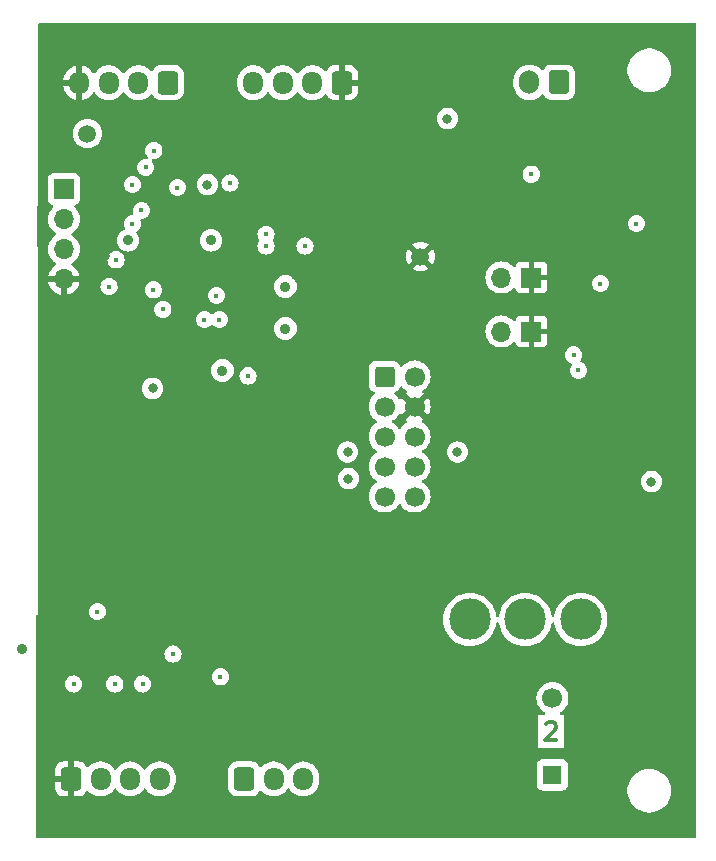
<source format=gbr>
%TF.GenerationSoftware,KiCad,Pcbnew,8.0.1*%
%TF.CreationDate,2024-07-04T14:35:51+02:00*%
%TF.ProjectId,Robuoy-Top,526f6275-6f79-42d5-946f-702e6b696361,rev?*%
%TF.SameCoordinates,Original*%
%TF.FileFunction,Copper,L2,Inr*%
%TF.FilePolarity,Positive*%
%FSLAX46Y46*%
G04 Gerber Fmt 4.6, Leading zero omitted, Abs format (unit mm)*
G04 Created by KiCad (PCBNEW 8.0.1) date 2024-07-04 14:35:51*
%MOMM*%
%LPD*%
G01*
G04 APERTURE LIST*
G04 Aperture macros list*
%AMRoundRect*
0 Rectangle with rounded corners*
0 $1 Rounding radius*
0 $2 $3 $4 $5 $6 $7 $8 $9 X,Y pos of 4 corners*
0 Add a 4 corners polygon primitive as box body*
4,1,4,$2,$3,$4,$5,$6,$7,$8,$9,$2,$3,0*
0 Add four circle primitives for the rounded corners*
1,1,$1+$1,$2,$3*
1,1,$1+$1,$4,$5*
1,1,$1+$1,$6,$7*
1,1,$1+$1,$8,$9*
0 Add four rect primitives between the rounded corners*
20,1,$1+$1,$2,$3,$4,$5,0*
20,1,$1+$1,$4,$5,$6,$7,0*
20,1,$1+$1,$6,$7,$8,$9,0*
20,1,$1+$1,$8,$9,$2,$3,0*%
G04 Aperture macros list end*
%ADD10C,0.300000*%
%TA.AperFunction,NonConductor*%
%ADD11C,0.300000*%
%TD*%
%TA.AperFunction,ComponentPad*%
%ADD12RoundRect,0.250000X-0.600000X-0.725000X0.600000X-0.725000X0.600000X0.725000X-0.600000X0.725000X0*%
%TD*%
%TA.AperFunction,ComponentPad*%
%ADD13O,1.700000X1.950000*%
%TD*%
%TA.AperFunction,ComponentPad*%
%ADD14RoundRect,0.250000X0.600000X0.725000X-0.600000X0.725000X-0.600000X-0.725000X0.600000X-0.725000X0*%
%TD*%
%TA.AperFunction,ComponentPad*%
%ADD15R,1.700000X1.700000*%
%TD*%
%TA.AperFunction,ComponentPad*%
%ADD16O,1.700000X1.700000*%
%TD*%
%TA.AperFunction,ComponentPad*%
%ADD17C,1.500000*%
%TD*%
%TA.AperFunction,ComponentPad*%
%ADD18C,3.500000*%
%TD*%
%TA.AperFunction,ComponentPad*%
%ADD19R,1.650000X1.650000*%
%TD*%
%TA.AperFunction,ComponentPad*%
%ADD20C,1.700000*%
%TD*%
%TA.AperFunction,ComponentPad*%
%ADD21RoundRect,0.250000X0.600000X0.750000X-0.600000X0.750000X-0.600000X-0.750000X0.600000X-0.750000X0*%
%TD*%
%TA.AperFunction,ComponentPad*%
%ADD22O,1.700000X2.000000*%
%TD*%
%TA.AperFunction,ComponentPad*%
%ADD23RoundRect,0.250000X-0.600000X-0.600000X0.600000X-0.600000X0.600000X0.600000X-0.600000X0.600000X0*%
%TD*%
%TA.AperFunction,ViaPad*%
%ADD24C,0.800000*%
%TD*%
%TA.AperFunction,ViaPad*%
%ADD25C,0.450000*%
%TD*%
%TA.AperFunction,ViaPad*%
%ADD26C,0.900000*%
%TD*%
G04 APERTURE END LIST*
D10*
D11*
X66269082Y-104361685D02*
X66340510Y-104290257D01*
X66340510Y-104290257D02*
X66483368Y-104218828D01*
X66483368Y-104218828D02*
X66840510Y-104218828D01*
X66840510Y-104218828D02*
X66983368Y-104290257D01*
X66983368Y-104290257D02*
X67054796Y-104361685D01*
X67054796Y-104361685D02*
X67126225Y-104504542D01*
X67126225Y-104504542D02*
X67126225Y-104647400D01*
X67126225Y-104647400D02*
X67054796Y-104861685D01*
X67054796Y-104861685D02*
X66197653Y-105718828D01*
X66197653Y-105718828D02*
X67126225Y-105718828D01*
D12*
%TO.N,Net-(J103-Pin_1)*%
%TO.C,J103*%
X40700000Y-109000000D03*
D13*
%TO.N,+3.3V*%
X43200000Y-109000000D03*
%TO.N,Net-(J103-Pin_3)*%
X45700000Y-109000000D03*
%TD*%
D14*
%TO.N,/CPU/TX_GPS*%
%TO.C,J104*%
X34230000Y-50055000D03*
D13*
%TO.N,/CPU/RX_GPS*%
X31730000Y-50055000D03*
%TO.N,/CPU/Vgps*%
X29230000Y-50055000D03*
%TO.N,GND*%
X26730000Y-50055000D03*
%TD*%
D15*
%TO.N,GND*%
%TO.C,SW102*%
X65024000Y-66548000D03*
D16*
%TO.N,EN*%
X62484000Y-66548000D03*
%TD*%
D17*
%TO.N,GND*%
%TO.C,TP208*%
X55626000Y-64770000D03*
%TD*%
D18*
%TO.N,VBUS*%
%TO.C,SW201*%
X59800000Y-95500000D03*
%TO.N,Enable*%
X64500000Y-95500000D03*
%TO.N,unconnected-(SW201-Pad3)*%
X69200000Y-95500000D03*
%TD*%
D14*
%TO.N,GND*%
%TO.C,J201*%
X48962000Y-50055000D03*
D13*
%TO.N,PAD*%
X46462000Y-50055000D03*
%TO.N,VBUS*%
X43962000Y-50055000D03*
%TO.N,Enable*%
X41462000Y-50055000D03*
%TD*%
D15*
%TO.N,GND*%
%TO.C,SW101*%
X65024000Y-71120000D03*
D16*
%TO.N,DR0*%
X62484000Y-71120000D03*
%TD*%
D17*
%TO.N,+5V*%
%TO.C,TP202*%
X27432000Y-54356000D03*
%TD*%
D19*
%TO.N,+5V*%
%TO.C,BZ101*%
X66802000Y-108660000D03*
D20*
%TO.N,Net-(BZ101--)*%
X66802000Y-102160000D03*
%TD*%
D15*
%TO.N,/CPU/SDA*%
%TO.C,J105*%
X25425000Y-59065000D03*
D16*
%TO.N,/CPU/SCL*%
X25425000Y-61605000D03*
%TO.N,+5V*%
X25425000Y-64145000D03*
%TO.N,GND*%
X25425000Y-66685000D03*
%TD*%
D21*
%TO.N,Net-(J202-Pin_1)*%
%TO.C,J202*%
X67350000Y-50025000D03*
D22*
%TO.N,Net-(J202-Pin_2)*%
X64850000Y-50025000D03*
%TD*%
D12*
%TO.N,GND*%
%TO.C,J102*%
X26035000Y-109000000D03*
D13*
%TO.N,Net-(D101-K)*%
X28535000Y-109000000D03*
%TO.N,Net-(D102-K)*%
X31035000Y-109000000D03*
%TO.N,Net-(D103-K)*%
X33535000Y-109000000D03*
%TD*%
D23*
%TO.N,EN*%
%TO.C,J101*%
X52587500Y-74930000D03*
D20*
%TO.N,+3.3V*%
X55127500Y-74930000D03*
%TO.N,TX*%
X52587500Y-77470000D03*
%TO.N,GND*%
X55127500Y-77470000D03*
%TO.N,RX*%
X52587500Y-80010000D03*
%TO.N,DR0*%
X55127500Y-80010000D03*
%TO.N,Net-(J101-Pin_7)*%
X52587500Y-82550000D03*
%TO.N,Net-(J101-Pin_8)*%
X55127500Y-82550000D03*
%TO.N,Net-(J101-Pin_9)*%
X52587500Y-85090000D03*
%TO.N,Net-(J101-Pin_10)*%
X55127500Y-85090000D03*
%TD*%
D24*
%TO.N,GND*%
X75600000Y-100200000D03*
D25*
X77000000Y-69000000D03*
D24*
X32562800Y-59817012D03*
D25*
X25000000Y-78000000D03*
X72390000Y-92456000D03*
D24*
X37338000Y-53111400D03*
X34366200Y-78562200D03*
D25*
X38000000Y-81000000D03*
X73000000Y-88000000D03*
X70000000Y-77000000D03*
X56400000Y-93600000D03*
X43611800Y-105562400D03*
X66000000Y-82000000D03*
D24*
X61112400Y-74447400D03*
X34798000Y-61214000D03*
D25*
X58928000Y-103886000D03*
X45000000Y-81000000D03*
X49000000Y-67000000D03*
X78000000Y-52000000D03*
X77000000Y-60000000D03*
X78000000Y-107000000D03*
X48006000Y-95758000D03*
D24*
X75800000Y-88700000D03*
D25*
X40894000Y-95758000D03*
D24*
X61088000Y-91338400D03*
X71882000Y-53594000D03*
D25*
X47752000Y-105486200D03*
D26*
X25298400Y-98780600D03*
D25*
X25000000Y-84000000D03*
X50500000Y-61600000D03*
D24*
X31978600Y-80848200D03*
X77089000Y-91160600D03*
X57912000Y-61976000D03*
X65024000Y-54356000D03*
D25*
X50000000Y-88000000D03*
D24*
X34391600Y-83185000D03*
D25*
X63000000Y-105000000D03*
X70000000Y-82000000D03*
X25000000Y-86000000D03*
D24*
X52992000Y-60104000D03*
X24765000Y-69926200D03*
X74422000Y-69088000D03*
D25*
X77100000Y-101900000D03*
X45085000Y-93776800D03*
X25000000Y-107000000D03*
X25000000Y-79000000D03*
X27279600Y-99364800D03*
X56000000Y-90000000D03*
X54000000Y-71000000D03*
X59500000Y-65200000D03*
X27000000Y-46000000D03*
D24*
X24765000Y-72618600D03*
D25*
X25000000Y-46000000D03*
X31115000Y-99364800D03*
X78000000Y-113000000D03*
X25000000Y-76000000D03*
X33782000Y-95758000D03*
X78000000Y-55000000D03*
X62992000Y-98298000D03*
D24*
X62788800Y-89814400D03*
D25*
X25000000Y-82000000D03*
D24*
X62788800Y-75819000D03*
D26*
X24739600Y-87299800D03*
D25*
X72000000Y-113000000D03*
X73000000Y-57000000D03*
D24*
X75600000Y-96700000D03*
D25*
X25000000Y-80000000D03*
X25000000Y-83000000D03*
D24*
X41148000Y-85699600D03*
D25*
X77000000Y-64000000D03*
D24*
X43865800Y-85725000D03*
X40421136Y-62638478D03*
D25*
X37973000Y-93751400D03*
X47000000Y-113000000D03*
X29210000Y-94894400D03*
X25000000Y-77000000D03*
D24*
X48514000Y-60960000D03*
X59436000Y-75844400D03*
D25*
X25000000Y-85000000D03*
X70000000Y-85000000D03*
D24*
X29819600Y-78562200D03*
D25*
X35864800Y-100203000D03*
X74000000Y-57000000D03*
X59690000Y-108458000D03*
X78000000Y-46000000D03*
X25000000Y-75000000D03*
X72101111Y-56965188D03*
D24*
X29819600Y-83159600D03*
X72898000Y-53594000D03*
D25*
X38800000Y-60900000D03*
X25000000Y-81000000D03*
D24*
X32512000Y-58420000D03*
D25*
X25000000Y-48000000D03*
X66000000Y-45800000D03*
D24*
X28879806Y-64719200D03*
D25*
X52197000Y-93827600D03*
X45000000Y-59400000D03*
D24*
X40350000Y-64129496D03*
D25*
X25000000Y-113000000D03*
X47700000Y-59100000D03*
X25000000Y-74000000D03*
X75100000Y-71800000D03*
X23876000Y-88773000D03*
X74600000Y-103300000D03*
%TO.N,+3.3V*%
X32105600Y-100965000D03*
D26*
X37896800Y-63398400D03*
D25*
X29260800Y-67322000D03*
X34672010Y-98425980D03*
D26*
X30861000Y-63398400D03*
X38862000Y-74422000D03*
X44196000Y-70866000D03*
X44196000Y-67309998D03*
D25*
X29747919Y-100957044D03*
X26263600Y-100965000D03*
%TO.N,BUTTON*%
X38684200Y-100355400D03*
X28270200Y-94843600D03*
%TO.N,EN*%
X41021000Y-74879200D03*
D24*
%TO.N,+5V*%
X37592000Y-58674000D03*
D26*
X21920200Y-97967800D03*
D25*
%TO.N,/CPU/SDA*%
X29845000Y-65049400D03*
D24*
%TO.N,Net-(J202-Pin_2)*%
X57912000Y-53086000D03*
D25*
%TO.N,Enable*%
X42550500Y-62892999D03*
X69000000Y-74400000D03*
D24*
%TO.N,/CPU/Vbatt*%
X32943131Y-75934000D03*
D25*
X33020000Y-67589398D03*
D24*
%TO.N,/CPU/RADIO_1*%
X58750200Y-81330800D03*
X49453800Y-81330800D03*
%TO.N,/CPU/RADIO_5*%
X49530000Y-83566000D03*
X75184000Y-83820000D03*
D25*
%TO.N,VBUS*%
X65000000Y-57800000D03*
X68600000Y-73100000D03*
%TO.N,Net-(U201-FB)*%
X35052000Y-58928020D03*
X39497000Y-58547000D03*
%TO.N,Net-(Q201-G1)*%
X70866000Y-67056012D03*
X73914000Y-61976000D03*
%TO.N,Net-(U204-FB)*%
X45852500Y-63875500D03*
X42550500Y-63875500D03*
%TO.N,/CPU/TX_GPS*%
X31242000Y-58673982D03*
X37338000Y-70104000D03*
X33807400Y-69240400D03*
X33045400Y-55803800D03*
X31242000Y-61999999D03*
%TO.N,/CPU/RX_GPS*%
X38608000Y-70104000D03*
X32004000Y-60858400D03*
X38354000Y-68072000D03*
X32359600Y-57226200D03*
%TD*%
%TA.AperFunction,Conductor*%
%TO.N,GND*%
G36*
X54661575Y-77662993D02*
G01*
X54727401Y-77777007D01*
X54820493Y-77870099D01*
X54934507Y-77935925D01*
X54998090Y-77952962D01*
X54366125Y-78584925D01*
X54442094Y-78638119D01*
X54485719Y-78692696D01*
X54492913Y-78762194D01*
X54461390Y-78824549D01*
X54442095Y-78841269D01*
X54256094Y-78971508D01*
X54089005Y-79138597D01*
X53959075Y-79324158D01*
X53904498Y-79367783D01*
X53835000Y-79374977D01*
X53772645Y-79343454D01*
X53755925Y-79324158D01*
X53625994Y-79138597D01*
X53458902Y-78971506D01*
X53458896Y-78971501D01*
X53273342Y-78841575D01*
X53229717Y-78786998D01*
X53222523Y-78717500D01*
X53254046Y-78655145D01*
X53273342Y-78638425D01*
X53349748Y-78584925D01*
X53458901Y-78508495D01*
X53625995Y-78341401D01*
X53756232Y-78155403D01*
X53810807Y-78111780D01*
X53880305Y-78104586D01*
X53942660Y-78136109D01*
X53959380Y-78155405D01*
X54012573Y-78231373D01*
X54644537Y-77599409D01*
X54661575Y-77662993D01*
G37*
%TD.AperFunction*%
%TA.AperFunction,Conductor*%
G36*
X54048220Y-75768779D02*
G01*
X54084983Y-75797766D01*
X54085177Y-75797573D01*
X54086813Y-75799209D01*
X54087854Y-75800030D01*
X54089001Y-75801397D01*
X54089005Y-75801401D01*
X54256099Y-75968495D01*
X54442094Y-76098730D01*
X54485718Y-76153307D01*
X54492911Y-76222806D01*
X54461389Y-76285160D01*
X54442093Y-76301880D01*
X54366126Y-76355072D01*
X54366125Y-76355072D01*
X54998090Y-76987037D01*
X54934507Y-77004075D01*
X54820493Y-77069901D01*
X54727401Y-77162993D01*
X54661575Y-77277007D01*
X54644537Y-77340589D01*
X54012573Y-76708626D01*
X53959381Y-76784594D01*
X53904804Y-76828219D01*
X53835306Y-76835413D01*
X53772951Y-76803891D01*
X53756230Y-76784594D01*
X53625994Y-76598597D01*
X53458898Y-76431501D01*
X53457530Y-76430354D01*
X53457092Y-76429696D01*
X53455073Y-76427677D01*
X53455478Y-76427271D01*
X53418830Y-76372182D01*
X53417724Y-76302321D01*
X53454563Y-76242952D01*
X53498237Y-76217662D01*
X53506834Y-76214814D01*
X53656156Y-76122712D01*
X53780212Y-75998656D01*
X53872314Y-75849334D01*
X53875162Y-75840738D01*
X53914929Y-75783294D01*
X53979444Y-75756468D01*
X54048220Y-75768779D01*
G37*
%TD.AperFunction*%
%TA.AperFunction,Conductor*%
G36*
X78932539Y-45030185D02*
G01*
X78978294Y-45082989D01*
X78989500Y-45134500D01*
X78989500Y-113865500D01*
X78969815Y-113932539D01*
X78917011Y-113978294D01*
X78865500Y-113989500D01*
X23164178Y-113989500D01*
X23097139Y-113969815D01*
X23051384Y-113917011D01*
X23040179Y-113865138D01*
X23055092Y-108750000D01*
X24685000Y-108750000D01*
X25630854Y-108750000D01*
X25592370Y-108816657D01*
X25560000Y-108937465D01*
X25560000Y-109062535D01*
X25592370Y-109183343D01*
X25630854Y-109250000D01*
X24685001Y-109250000D01*
X24685001Y-109774986D01*
X24695494Y-109877697D01*
X24750641Y-110044119D01*
X24750643Y-110044124D01*
X24842684Y-110193345D01*
X24966654Y-110317315D01*
X25115875Y-110409356D01*
X25115880Y-110409358D01*
X25282302Y-110464505D01*
X25282309Y-110464506D01*
X25385019Y-110474999D01*
X25784999Y-110474999D01*
X25785000Y-110474998D01*
X25785000Y-109404145D01*
X25851657Y-109442630D01*
X25972465Y-109475000D01*
X26097535Y-109475000D01*
X26218343Y-109442630D01*
X26285000Y-109404145D01*
X26285000Y-110474999D01*
X26684972Y-110474999D01*
X26684986Y-110474998D01*
X26787697Y-110464505D01*
X26954119Y-110409358D01*
X26954124Y-110409356D01*
X27103345Y-110317315D01*
X27227317Y-110193343D01*
X27322815Y-110038516D01*
X27374763Y-109991791D01*
X27443725Y-109980568D01*
X27507808Y-110008412D01*
X27516035Y-110015931D01*
X27655213Y-110155109D01*
X27827179Y-110280048D01*
X27827181Y-110280049D01*
X27827184Y-110280051D01*
X28016588Y-110376557D01*
X28218757Y-110442246D01*
X28428713Y-110475500D01*
X28428714Y-110475500D01*
X28641286Y-110475500D01*
X28641287Y-110475500D01*
X28851243Y-110442246D01*
X29053412Y-110376557D01*
X29242816Y-110280051D01*
X29264789Y-110264086D01*
X29414786Y-110155109D01*
X29414788Y-110155106D01*
X29414792Y-110155104D01*
X29565104Y-110004792D01*
X29684683Y-109840204D01*
X29740011Y-109797540D01*
X29809624Y-109791561D01*
X29871420Y-109824166D01*
X29885313Y-109840199D01*
X29949680Y-109928793D01*
X30004896Y-110004792D01*
X30155213Y-110155109D01*
X30327179Y-110280048D01*
X30327181Y-110280049D01*
X30327184Y-110280051D01*
X30516588Y-110376557D01*
X30718757Y-110442246D01*
X30928713Y-110475500D01*
X30928714Y-110475500D01*
X31141286Y-110475500D01*
X31141287Y-110475500D01*
X31351243Y-110442246D01*
X31553412Y-110376557D01*
X31742816Y-110280051D01*
X31764789Y-110264086D01*
X31914786Y-110155109D01*
X31914788Y-110155106D01*
X31914792Y-110155104D01*
X32065104Y-110004792D01*
X32184683Y-109840204D01*
X32240011Y-109797540D01*
X32309624Y-109791561D01*
X32371420Y-109824166D01*
X32385313Y-109840199D01*
X32449680Y-109928793D01*
X32504896Y-110004792D01*
X32655213Y-110155109D01*
X32827179Y-110280048D01*
X32827181Y-110280049D01*
X32827184Y-110280051D01*
X33016588Y-110376557D01*
X33218757Y-110442246D01*
X33428713Y-110475500D01*
X33428714Y-110475500D01*
X33641286Y-110475500D01*
X33641287Y-110475500D01*
X33851243Y-110442246D01*
X34053412Y-110376557D01*
X34242816Y-110280051D01*
X34264789Y-110264086D01*
X34414786Y-110155109D01*
X34414788Y-110155106D01*
X34414792Y-110155104D01*
X34565104Y-110004792D01*
X34565106Y-110004788D01*
X34565109Y-110004786D01*
X34690048Y-109832820D01*
X34690047Y-109832820D01*
X34690051Y-109832816D01*
X34719509Y-109775001D01*
X39349500Y-109775001D01*
X39349501Y-109775018D01*
X39360000Y-109877796D01*
X39360001Y-109877799D01*
X39405774Y-110015931D01*
X39415186Y-110044334D01*
X39507288Y-110193656D01*
X39631344Y-110317712D01*
X39780666Y-110409814D01*
X39947203Y-110464999D01*
X40049991Y-110475500D01*
X41350008Y-110475499D01*
X41452797Y-110464999D01*
X41619334Y-110409814D01*
X41768656Y-110317712D01*
X41892712Y-110193656D01*
X41984814Y-110044334D01*
X41984814Y-110044331D01*
X41988178Y-110038879D01*
X42040126Y-109992154D01*
X42109088Y-109980931D01*
X42173170Y-110008774D01*
X42181398Y-110016294D01*
X42320213Y-110155109D01*
X42492179Y-110280048D01*
X42492181Y-110280049D01*
X42492184Y-110280051D01*
X42681588Y-110376557D01*
X42883757Y-110442246D01*
X43093713Y-110475500D01*
X43093714Y-110475500D01*
X43306286Y-110475500D01*
X43306287Y-110475500D01*
X43516243Y-110442246D01*
X43718412Y-110376557D01*
X43907816Y-110280051D01*
X43929789Y-110264086D01*
X44079786Y-110155109D01*
X44079788Y-110155106D01*
X44079792Y-110155104D01*
X44230104Y-110004792D01*
X44349683Y-109840204D01*
X44405011Y-109797540D01*
X44474624Y-109791561D01*
X44536420Y-109824166D01*
X44550313Y-109840199D01*
X44614680Y-109928793D01*
X44669896Y-110004792D01*
X44820213Y-110155109D01*
X44992179Y-110280048D01*
X44992181Y-110280049D01*
X44992184Y-110280051D01*
X45181588Y-110376557D01*
X45383757Y-110442246D01*
X45593713Y-110475500D01*
X45593714Y-110475500D01*
X45806286Y-110475500D01*
X45806287Y-110475500D01*
X46016243Y-110442246D01*
X46218412Y-110376557D01*
X46407816Y-110280051D01*
X46429789Y-110264086D01*
X46579786Y-110155109D01*
X46579788Y-110155106D01*
X46579792Y-110155104D01*
X46613608Y-110121288D01*
X73149500Y-110121288D01*
X73181161Y-110361785D01*
X73243947Y-110596104D01*
X73336773Y-110820205D01*
X73336776Y-110820212D01*
X73458064Y-111030289D01*
X73458066Y-111030292D01*
X73458067Y-111030293D01*
X73605733Y-111222736D01*
X73605739Y-111222743D01*
X73777256Y-111394260D01*
X73777262Y-111394265D01*
X73969711Y-111541936D01*
X74179788Y-111663224D01*
X74403900Y-111756054D01*
X74638211Y-111818838D01*
X74818586Y-111842584D01*
X74878711Y-111850500D01*
X74878712Y-111850500D01*
X75121289Y-111850500D01*
X75169388Y-111844167D01*
X75361789Y-111818838D01*
X75596100Y-111756054D01*
X75820212Y-111663224D01*
X76030289Y-111541936D01*
X76222738Y-111394265D01*
X76394265Y-111222738D01*
X76541936Y-111030289D01*
X76663224Y-110820212D01*
X76756054Y-110596100D01*
X76818838Y-110361789D01*
X76850500Y-110121288D01*
X76850500Y-109878712D01*
X76850379Y-109877796D01*
X76839814Y-109797540D01*
X76818838Y-109638211D01*
X76756054Y-109403900D01*
X76663224Y-109179788D01*
X76541936Y-108969711D01*
X76394265Y-108777262D01*
X76394260Y-108777256D01*
X76222743Y-108605739D01*
X76222736Y-108605733D01*
X76030293Y-108458067D01*
X76030292Y-108458066D01*
X76030289Y-108458064D01*
X75820212Y-108336776D01*
X75820205Y-108336773D01*
X75596104Y-108243947D01*
X75478944Y-108212554D01*
X75361789Y-108181162D01*
X75361788Y-108181161D01*
X75361785Y-108181161D01*
X75121289Y-108149500D01*
X75121288Y-108149500D01*
X74878712Y-108149500D01*
X74878711Y-108149500D01*
X74638214Y-108181161D01*
X74403895Y-108243947D01*
X74179794Y-108336773D01*
X74179785Y-108336777D01*
X73969706Y-108458067D01*
X73777263Y-108605733D01*
X73777256Y-108605739D01*
X73605739Y-108777256D01*
X73605733Y-108777263D01*
X73458067Y-108969706D01*
X73336777Y-109179785D01*
X73336773Y-109179794D01*
X73243947Y-109403895D01*
X73181161Y-109638214D01*
X73149500Y-109878711D01*
X73149500Y-110121288D01*
X46613608Y-110121288D01*
X46730104Y-110004792D01*
X46730106Y-110004788D01*
X46730109Y-110004786D01*
X46855048Y-109832820D01*
X46855047Y-109832820D01*
X46855051Y-109832816D01*
X46951557Y-109643412D01*
X46987474Y-109532870D01*
X65476500Y-109532870D01*
X65476501Y-109532876D01*
X65482908Y-109592483D01*
X65533202Y-109727328D01*
X65533206Y-109727335D01*
X65619452Y-109842544D01*
X65619455Y-109842547D01*
X65734664Y-109928793D01*
X65734671Y-109928797D01*
X65869517Y-109979091D01*
X65869516Y-109979091D01*
X65876444Y-109979835D01*
X65929127Y-109985500D01*
X67674872Y-109985499D01*
X67734483Y-109979091D01*
X67869331Y-109928796D01*
X67984546Y-109842546D01*
X68070796Y-109727331D01*
X68121091Y-109592483D01*
X68127500Y-109532873D01*
X68127499Y-107787128D01*
X68121091Y-107727517D01*
X68118268Y-107719949D01*
X68070797Y-107592671D01*
X68070793Y-107592664D01*
X67984547Y-107477455D01*
X67984544Y-107477452D01*
X67869335Y-107391206D01*
X67869328Y-107391202D01*
X67734482Y-107340908D01*
X67734483Y-107340908D01*
X67674883Y-107334501D01*
X67674881Y-107334500D01*
X67674873Y-107334500D01*
X67674864Y-107334500D01*
X65929129Y-107334500D01*
X65929123Y-107334501D01*
X65869516Y-107340908D01*
X65734671Y-107391202D01*
X65734664Y-107391206D01*
X65619455Y-107477452D01*
X65619452Y-107477455D01*
X65533206Y-107592664D01*
X65533202Y-107592671D01*
X65482908Y-107727517D01*
X65476501Y-107787116D01*
X65476501Y-107787123D01*
X65476500Y-107787135D01*
X65476500Y-109532870D01*
X46987474Y-109532870D01*
X47017246Y-109441243D01*
X47050500Y-109231287D01*
X47050500Y-108768713D01*
X47017246Y-108558757D01*
X46951557Y-108356588D01*
X46855051Y-108167184D01*
X46855049Y-108167181D01*
X46855048Y-108167179D01*
X46730109Y-107995213D01*
X46579786Y-107844890D01*
X46407820Y-107719951D01*
X46218414Y-107623444D01*
X46218413Y-107623443D01*
X46218412Y-107623443D01*
X46016243Y-107557754D01*
X46016241Y-107557753D01*
X46016240Y-107557753D01*
X45854957Y-107532208D01*
X45806287Y-107524500D01*
X45593713Y-107524500D01*
X45545042Y-107532208D01*
X45383760Y-107557753D01*
X45181585Y-107623444D01*
X44992179Y-107719951D01*
X44820213Y-107844890D01*
X44669894Y-107995209D01*
X44669890Y-107995214D01*
X44550318Y-108159793D01*
X44494989Y-108202459D01*
X44425375Y-108208438D01*
X44363580Y-108175833D01*
X44349682Y-108159793D01*
X44230109Y-107995214D01*
X44230105Y-107995209D01*
X44079786Y-107844890D01*
X43907820Y-107719951D01*
X43718414Y-107623444D01*
X43718413Y-107623443D01*
X43718412Y-107623443D01*
X43516243Y-107557754D01*
X43516241Y-107557753D01*
X43516240Y-107557753D01*
X43354957Y-107532208D01*
X43306287Y-107524500D01*
X43093713Y-107524500D01*
X43045042Y-107532208D01*
X42883760Y-107557753D01*
X42681585Y-107623444D01*
X42492179Y-107719951D01*
X42320215Y-107844889D01*
X42181398Y-107983706D01*
X42120075Y-108017190D01*
X42050383Y-108012206D01*
X41994450Y-107970334D01*
X41988178Y-107961120D01*
X41892712Y-107806344D01*
X41768657Y-107682289D01*
X41768656Y-107682288D01*
X41619334Y-107590186D01*
X41452797Y-107535001D01*
X41452795Y-107535000D01*
X41350010Y-107524500D01*
X40049998Y-107524500D01*
X40049981Y-107524501D01*
X39947203Y-107535000D01*
X39947200Y-107535001D01*
X39780668Y-107590185D01*
X39780663Y-107590187D01*
X39631342Y-107682289D01*
X39507289Y-107806342D01*
X39415187Y-107955663D01*
X39415185Y-107955668D01*
X39413258Y-107961484D01*
X39360001Y-108122203D01*
X39360001Y-108122204D01*
X39360000Y-108122204D01*
X39349500Y-108224983D01*
X39349500Y-109775001D01*
X34719509Y-109775001D01*
X34786557Y-109643412D01*
X34852246Y-109441243D01*
X34885500Y-109231287D01*
X34885500Y-108768713D01*
X34852246Y-108558757D01*
X34786557Y-108356588D01*
X34690051Y-108167184D01*
X34690049Y-108167181D01*
X34690048Y-108167179D01*
X34565109Y-107995213D01*
X34414786Y-107844890D01*
X34242820Y-107719951D01*
X34053414Y-107623444D01*
X34053413Y-107623443D01*
X34053412Y-107623443D01*
X33851243Y-107557754D01*
X33851241Y-107557753D01*
X33851240Y-107557753D01*
X33689957Y-107532208D01*
X33641287Y-107524500D01*
X33428713Y-107524500D01*
X33380042Y-107532208D01*
X33218760Y-107557753D01*
X33016585Y-107623444D01*
X32827179Y-107719951D01*
X32655213Y-107844890D01*
X32504894Y-107995209D01*
X32504890Y-107995214D01*
X32385318Y-108159793D01*
X32329989Y-108202459D01*
X32260375Y-108208438D01*
X32198580Y-108175833D01*
X32184682Y-108159793D01*
X32065109Y-107995214D01*
X32065105Y-107995209D01*
X31914786Y-107844890D01*
X31742820Y-107719951D01*
X31553414Y-107623444D01*
X31553413Y-107623443D01*
X31553412Y-107623443D01*
X31351243Y-107557754D01*
X31351241Y-107557753D01*
X31351240Y-107557753D01*
X31189957Y-107532208D01*
X31141287Y-107524500D01*
X30928713Y-107524500D01*
X30880042Y-107532208D01*
X30718760Y-107557753D01*
X30516585Y-107623444D01*
X30327179Y-107719951D01*
X30155213Y-107844890D01*
X30004894Y-107995209D01*
X30004890Y-107995214D01*
X29885318Y-108159793D01*
X29829989Y-108202459D01*
X29760375Y-108208438D01*
X29698580Y-108175833D01*
X29684682Y-108159793D01*
X29565109Y-107995214D01*
X29565105Y-107995209D01*
X29414786Y-107844890D01*
X29242820Y-107719951D01*
X29053414Y-107623444D01*
X29053413Y-107623443D01*
X29053412Y-107623443D01*
X28851243Y-107557754D01*
X28851241Y-107557753D01*
X28851240Y-107557753D01*
X28689957Y-107532208D01*
X28641287Y-107524500D01*
X28428713Y-107524500D01*
X28380042Y-107532208D01*
X28218760Y-107557753D01*
X28016585Y-107623444D01*
X27827179Y-107719951D01*
X27655215Y-107844889D01*
X27516035Y-107984069D01*
X27454712Y-108017553D01*
X27385020Y-108012569D01*
X27329087Y-107970697D01*
X27322815Y-107961484D01*
X27227315Y-107806654D01*
X27103345Y-107682684D01*
X26954124Y-107590643D01*
X26954119Y-107590641D01*
X26787697Y-107535494D01*
X26787690Y-107535493D01*
X26684986Y-107525000D01*
X26285000Y-107525000D01*
X26285000Y-108595854D01*
X26218343Y-108557370D01*
X26097535Y-108525000D01*
X25972465Y-108525000D01*
X25851657Y-108557370D01*
X25785000Y-108595854D01*
X25785000Y-107525000D01*
X25385028Y-107525000D01*
X25385012Y-107525001D01*
X25282302Y-107535494D01*
X25115880Y-107590641D01*
X25115875Y-107590643D01*
X24966654Y-107682684D01*
X24842684Y-107806654D01*
X24750643Y-107955875D01*
X24750641Y-107955880D01*
X24695494Y-108122302D01*
X24695493Y-108122309D01*
X24685000Y-108225013D01*
X24685000Y-108750000D01*
X23055092Y-108750000D01*
X23074305Y-102160000D01*
X65446341Y-102160000D01*
X65466936Y-102395403D01*
X65466938Y-102395413D01*
X65528094Y-102623655D01*
X65528096Y-102623659D01*
X65528097Y-102623663D01*
X65627965Y-102837830D01*
X65627967Y-102837834D01*
X65736281Y-102992521D01*
X65763505Y-103031401D01*
X65930599Y-103198495D01*
X66069498Y-103295753D01*
X66127016Y-103336028D01*
X66170641Y-103390605D01*
X66177835Y-103460103D01*
X66146312Y-103522458D01*
X66086082Y-103557872D01*
X66055893Y-103561603D01*
X65542153Y-103561603D01*
X65542153Y-106374328D01*
X67783450Y-106374328D01*
X67783450Y-103561603D01*
X67548107Y-103561603D01*
X67481068Y-103541918D01*
X67435313Y-103489114D01*
X67425369Y-103419956D01*
X67454394Y-103356400D01*
X67476984Y-103336028D01*
X67505912Y-103315771D01*
X67673401Y-103198495D01*
X67840495Y-103031401D01*
X67976035Y-102837830D01*
X68075903Y-102623663D01*
X68137063Y-102395408D01*
X68157659Y-102160000D01*
X68137063Y-101924592D01*
X68075903Y-101696337D01*
X67976035Y-101482171D01*
X67932646Y-101420204D01*
X67840494Y-101288597D01*
X67673402Y-101121506D01*
X67673395Y-101121501D01*
X67670544Y-101119505D01*
X67595826Y-101067186D01*
X67479834Y-100985967D01*
X67479830Y-100985965D01*
X67434877Y-100965003D01*
X67265663Y-100886097D01*
X67265659Y-100886096D01*
X67265655Y-100886094D01*
X67037413Y-100824938D01*
X67037403Y-100824936D01*
X66802001Y-100804341D01*
X66801999Y-100804341D01*
X66566596Y-100824936D01*
X66566586Y-100824938D01*
X66338344Y-100886094D01*
X66338335Y-100886098D01*
X66124171Y-100985964D01*
X66124169Y-100985965D01*
X65930597Y-101121505D01*
X65763505Y-101288597D01*
X65627965Y-101482169D01*
X65627964Y-101482171D01*
X65528098Y-101696335D01*
X65528094Y-101696344D01*
X65466938Y-101924586D01*
X65466936Y-101924596D01*
X65446341Y-102159999D01*
X65446341Y-102160000D01*
X23074305Y-102160000D01*
X23077789Y-100965003D01*
X25533509Y-100965003D01*
X25551812Y-101127455D01*
X25605810Y-101281774D01*
X25687793Y-101412248D01*
X25692792Y-101420204D01*
X25808396Y-101535808D01*
X25946825Y-101622789D01*
X26101139Y-101676786D01*
X26101142Y-101676786D01*
X26101144Y-101676787D01*
X26263596Y-101695091D01*
X26263600Y-101695091D01*
X26263604Y-101695091D01*
X26426055Y-101676787D01*
X26426056Y-101676786D01*
X26426061Y-101676786D01*
X26580375Y-101622789D01*
X26718804Y-101535808D01*
X26834408Y-101420204D01*
X26921389Y-101281775D01*
X26975386Y-101127461D01*
X26976058Y-101121501D01*
X26993691Y-100965003D01*
X26993691Y-100964996D01*
X26992795Y-100957047D01*
X29017828Y-100957047D01*
X29036131Y-101119499D01*
X29036132Y-101119504D01*
X29036133Y-101119505D01*
X29036833Y-101121505D01*
X29090129Y-101273818D01*
X29099417Y-101288599D01*
X29177111Y-101412248D01*
X29292715Y-101527852D01*
X29431144Y-101614833D01*
X29585458Y-101668830D01*
X29585461Y-101668830D01*
X29585463Y-101668831D01*
X29747915Y-101687135D01*
X29747919Y-101687135D01*
X29747923Y-101687135D01*
X29910374Y-101668831D01*
X29910375Y-101668830D01*
X29910380Y-101668830D01*
X30064694Y-101614833D01*
X30203123Y-101527852D01*
X30318727Y-101412248D01*
X30405708Y-101273819D01*
X30459705Y-101119505D01*
X30459706Y-101119499D01*
X30477114Y-100965003D01*
X31375509Y-100965003D01*
X31393812Y-101127455D01*
X31447810Y-101281774D01*
X31529793Y-101412248D01*
X31534792Y-101420204D01*
X31650396Y-101535808D01*
X31788825Y-101622789D01*
X31943139Y-101676786D01*
X31943142Y-101676786D01*
X31943144Y-101676787D01*
X32105596Y-101695091D01*
X32105600Y-101695091D01*
X32105604Y-101695091D01*
X32268055Y-101676787D01*
X32268056Y-101676786D01*
X32268061Y-101676786D01*
X32422375Y-101622789D01*
X32560804Y-101535808D01*
X32676408Y-101420204D01*
X32763389Y-101281775D01*
X32817386Y-101127461D01*
X32818058Y-101121501D01*
X32835691Y-100965003D01*
X32835691Y-100964996D01*
X32817387Y-100802544D01*
X32817386Y-100802542D01*
X32817386Y-100802539D01*
X32763389Y-100648225D01*
X32676408Y-100509796D01*
X32560804Y-100394192D01*
X32499072Y-100355403D01*
X37954109Y-100355403D01*
X37972412Y-100517855D01*
X38026410Y-100672174D01*
X38026411Y-100672175D01*
X38113392Y-100810604D01*
X38228996Y-100926208D01*
X38367425Y-101013189D01*
X38521739Y-101067186D01*
X38521742Y-101067186D01*
X38521744Y-101067187D01*
X38684196Y-101085491D01*
X38684200Y-101085491D01*
X38684204Y-101085491D01*
X38846655Y-101067187D01*
X38846656Y-101067186D01*
X38846661Y-101067186D01*
X39000975Y-101013189D01*
X39139404Y-100926208D01*
X39255008Y-100810604D01*
X39341989Y-100672175D01*
X39395986Y-100517861D01*
X39397791Y-100501840D01*
X39414291Y-100355403D01*
X39414291Y-100355396D01*
X39395987Y-100192944D01*
X39395986Y-100192942D01*
X39395986Y-100192939D01*
X39341989Y-100038625D01*
X39255008Y-99900196D01*
X39139404Y-99784592D01*
X39000974Y-99697610D01*
X38846655Y-99643612D01*
X38684204Y-99625309D01*
X38684196Y-99625309D01*
X38521744Y-99643612D01*
X38367425Y-99697610D01*
X38228995Y-99784592D01*
X38113392Y-99900195D01*
X38026410Y-100038625D01*
X37972412Y-100192944D01*
X37954109Y-100355396D01*
X37954109Y-100355403D01*
X32499072Y-100355403D01*
X32499061Y-100355396D01*
X32422374Y-100307210D01*
X32268055Y-100253212D01*
X32105604Y-100234909D01*
X32105596Y-100234909D01*
X31943144Y-100253212D01*
X31788825Y-100307210D01*
X31650395Y-100394192D01*
X31534792Y-100509795D01*
X31447810Y-100648225D01*
X31393812Y-100802544D01*
X31375509Y-100964996D01*
X31375509Y-100965003D01*
X30477114Y-100965003D01*
X30478010Y-100957047D01*
X30478010Y-100957040D01*
X30459706Y-100794588D01*
X30459705Y-100794586D01*
X30459705Y-100794583D01*
X30405708Y-100640269D01*
X30318727Y-100501840D01*
X30203123Y-100386236D01*
X30077356Y-100307211D01*
X30064693Y-100299254D01*
X29910374Y-100245256D01*
X29747923Y-100226953D01*
X29747915Y-100226953D01*
X29585463Y-100245256D01*
X29431144Y-100299254D01*
X29292714Y-100386236D01*
X29177111Y-100501839D01*
X29090129Y-100640269D01*
X29036131Y-100794588D01*
X29017828Y-100957040D01*
X29017828Y-100957047D01*
X26992795Y-100957047D01*
X26975387Y-100802544D01*
X26975386Y-100802542D01*
X26975386Y-100802539D01*
X26921389Y-100648225D01*
X26834408Y-100509796D01*
X26718804Y-100394192D01*
X26657061Y-100355396D01*
X26580374Y-100307210D01*
X26426055Y-100253212D01*
X26263604Y-100234909D01*
X26263596Y-100234909D01*
X26101144Y-100253212D01*
X25946825Y-100307210D01*
X25808395Y-100394192D01*
X25692792Y-100509795D01*
X25605810Y-100648225D01*
X25551812Y-100802544D01*
X25533509Y-100964996D01*
X25533509Y-100965003D01*
X23077789Y-100965003D01*
X23085191Y-98425983D01*
X33941919Y-98425983D01*
X33960222Y-98588435D01*
X34014220Y-98742754D01*
X34014221Y-98742755D01*
X34101202Y-98881184D01*
X34216806Y-98996788D01*
X34355235Y-99083769D01*
X34509549Y-99137766D01*
X34509552Y-99137766D01*
X34509554Y-99137767D01*
X34672006Y-99156071D01*
X34672010Y-99156071D01*
X34672014Y-99156071D01*
X34834465Y-99137767D01*
X34834466Y-99137766D01*
X34834471Y-99137766D01*
X34988785Y-99083769D01*
X35127214Y-98996788D01*
X35242818Y-98881184D01*
X35329799Y-98742755D01*
X35383796Y-98588441D01*
X35402101Y-98425980D01*
X35383796Y-98263519D01*
X35329799Y-98109205D01*
X35242818Y-97970776D01*
X35127214Y-97855172D01*
X34988784Y-97768190D01*
X34834465Y-97714192D01*
X34672014Y-97695889D01*
X34672006Y-97695889D01*
X34509554Y-97714192D01*
X34355235Y-97768190D01*
X34216805Y-97855172D01*
X34101202Y-97970775D01*
X34014220Y-98109205D01*
X33960222Y-98263524D01*
X33941919Y-98425976D01*
X33941919Y-98425983D01*
X23085191Y-98425983D01*
X23094578Y-95206338D01*
X23114457Y-95139357D01*
X23167395Y-95093756D01*
X23218577Y-95082700D01*
X23270749Y-95082700D01*
X23276900Y-95076549D01*
X23276900Y-94843603D01*
X27540109Y-94843603D01*
X27558412Y-95006055D01*
X27612410Y-95160374D01*
X27649268Y-95219033D01*
X27699392Y-95298804D01*
X27814996Y-95414408D01*
X27953425Y-95501389D01*
X28107739Y-95555386D01*
X28107742Y-95555386D01*
X28107744Y-95555387D01*
X28270196Y-95573691D01*
X28270200Y-95573691D01*
X28270204Y-95573691D01*
X28432655Y-95555387D01*
X28432656Y-95555386D01*
X28432661Y-95555386D01*
X28586975Y-95501389D01*
X28589174Y-95500007D01*
X57544671Y-95500007D01*
X57563964Y-95794363D01*
X57563965Y-95794373D01*
X57563966Y-95794380D01*
X57563968Y-95794390D01*
X57621518Y-96083716D01*
X57621521Y-96083730D01*
X57716349Y-96363080D01*
X57846825Y-96627660D01*
X57846829Y-96627667D01*
X58010725Y-96872955D01*
X58205241Y-97094758D01*
X58427043Y-97289273D01*
X58672335Y-97453172D01*
X58936923Y-97583652D01*
X59216278Y-97678481D01*
X59505620Y-97736034D01*
X59533888Y-97737886D01*
X59799993Y-97755329D01*
X59800000Y-97755329D01*
X59800007Y-97755329D01*
X60035675Y-97739881D01*
X60094380Y-97736034D01*
X60383722Y-97678481D01*
X60663077Y-97583652D01*
X60927665Y-97453172D01*
X61172957Y-97289273D01*
X61394758Y-97094758D01*
X61589273Y-96872957D01*
X61753172Y-96627665D01*
X61883652Y-96363077D01*
X61978481Y-96083722D01*
X62028383Y-95832845D01*
X62060768Y-95770934D01*
X62121483Y-95736360D01*
X62191253Y-95740099D01*
X62247925Y-95780965D01*
X62271617Y-95832845D01*
X62321518Y-96083716D01*
X62321521Y-96083730D01*
X62416349Y-96363080D01*
X62546825Y-96627660D01*
X62546829Y-96627667D01*
X62710725Y-96872955D01*
X62905241Y-97094758D01*
X63127043Y-97289273D01*
X63372335Y-97453172D01*
X63636923Y-97583652D01*
X63916278Y-97678481D01*
X64205620Y-97736034D01*
X64233888Y-97737886D01*
X64499993Y-97755329D01*
X64500000Y-97755329D01*
X64500007Y-97755329D01*
X64735675Y-97739881D01*
X64794380Y-97736034D01*
X65083722Y-97678481D01*
X65363077Y-97583652D01*
X65627665Y-97453172D01*
X65872957Y-97289273D01*
X66094758Y-97094758D01*
X66289273Y-96872957D01*
X66453172Y-96627665D01*
X66583652Y-96363077D01*
X66678481Y-96083722D01*
X66728383Y-95832845D01*
X66760768Y-95770934D01*
X66821483Y-95736360D01*
X66891253Y-95740099D01*
X66947925Y-95780965D01*
X66971617Y-95832845D01*
X67021518Y-96083716D01*
X67021521Y-96083730D01*
X67116349Y-96363080D01*
X67246825Y-96627660D01*
X67246829Y-96627667D01*
X67410725Y-96872955D01*
X67605241Y-97094758D01*
X67827043Y-97289273D01*
X68072335Y-97453172D01*
X68336923Y-97583652D01*
X68616278Y-97678481D01*
X68905620Y-97736034D01*
X68933888Y-97737886D01*
X69199993Y-97755329D01*
X69200000Y-97755329D01*
X69200007Y-97755329D01*
X69435675Y-97739881D01*
X69494380Y-97736034D01*
X69783722Y-97678481D01*
X70063077Y-97583652D01*
X70327665Y-97453172D01*
X70572957Y-97289273D01*
X70794758Y-97094758D01*
X70989273Y-96872957D01*
X71153172Y-96627665D01*
X71283652Y-96363077D01*
X71378481Y-96083722D01*
X71436034Y-95794380D01*
X71455329Y-95500000D01*
X71455329Y-95499992D01*
X71436035Y-95205636D01*
X71436034Y-95205620D01*
X71378481Y-94916278D01*
X71283652Y-94636923D01*
X71153172Y-94372336D01*
X70989273Y-94127043D01*
X70946655Y-94078447D01*
X70794758Y-93905241D01*
X70572955Y-93710725D01*
X70327667Y-93546829D01*
X70327660Y-93546825D01*
X70063080Y-93416349D01*
X69783730Y-93321521D01*
X69783724Y-93321519D01*
X69783722Y-93321519D01*
X69494380Y-93263966D01*
X69494373Y-93263965D01*
X69494363Y-93263964D01*
X69200007Y-93244671D01*
X69199993Y-93244671D01*
X68905636Y-93263964D01*
X68905624Y-93263965D01*
X68905620Y-93263966D01*
X68905612Y-93263967D01*
X68905609Y-93263968D01*
X68616283Y-93321518D01*
X68616269Y-93321521D01*
X68336919Y-93416349D01*
X68072334Y-93546828D01*
X67827041Y-93710728D01*
X67605241Y-93905241D01*
X67410728Y-94127041D01*
X67246828Y-94372334D01*
X67116349Y-94636919D01*
X67021521Y-94916269D01*
X67021518Y-94916283D01*
X66971617Y-95167154D01*
X66939232Y-95229065D01*
X66878517Y-95263639D01*
X66808747Y-95259900D01*
X66752075Y-95219033D01*
X66728383Y-95167154D01*
X66707407Y-95061700D01*
X66678481Y-94916278D01*
X66583652Y-94636923D01*
X66453172Y-94372336D01*
X66289273Y-94127043D01*
X66246655Y-94078447D01*
X66094758Y-93905241D01*
X65872955Y-93710725D01*
X65627667Y-93546829D01*
X65627660Y-93546825D01*
X65363080Y-93416349D01*
X65083730Y-93321521D01*
X65083724Y-93321519D01*
X65083722Y-93321519D01*
X64794380Y-93263966D01*
X64794373Y-93263965D01*
X64794363Y-93263964D01*
X64500007Y-93244671D01*
X64499993Y-93244671D01*
X64205636Y-93263964D01*
X64205624Y-93263965D01*
X64205620Y-93263966D01*
X64205612Y-93263967D01*
X64205609Y-93263968D01*
X63916283Y-93321518D01*
X63916269Y-93321521D01*
X63636919Y-93416349D01*
X63372334Y-93546828D01*
X63127041Y-93710728D01*
X62905241Y-93905241D01*
X62710728Y-94127041D01*
X62546828Y-94372334D01*
X62416349Y-94636919D01*
X62321521Y-94916269D01*
X62321518Y-94916283D01*
X62271617Y-95167154D01*
X62239232Y-95229065D01*
X62178517Y-95263639D01*
X62108747Y-95259900D01*
X62052075Y-95219033D01*
X62028383Y-95167154D01*
X62007407Y-95061700D01*
X61978481Y-94916278D01*
X61883652Y-94636923D01*
X61753172Y-94372336D01*
X61589273Y-94127043D01*
X61546655Y-94078447D01*
X61394758Y-93905241D01*
X61172955Y-93710725D01*
X60927667Y-93546829D01*
X60927660Y-93546825D01*
X60663080Y-93416349D01*
X60383730Y-93321521D01*
X60383724Y-93321519D01*
X60383722Y-93321519D01*
X60094380Y-93263966D01*
X60094373Y-93263965D01*
X60094363Y-93263964D01*
X59800007Y-93244671D01*
X59799993Y-93244671D01*
X59505636Y-93263964D01*
X59505624Y-93263965D01*
X59505620Y-93263966D01*
X59505612Y-93263967D01*
X59505609Y-93263968D01*
X59216283Y-93321518D01*
X59216269Y-93321521D01*
X58936919Y-93416349D01*
X58672334Y-93546828D01*
X58427041Y-93710728D01*
X58205241Y-93905241D01*
X58010728Y-94127041D01*
X57846828Y-94372334D01*
X57716349Y-94636919D01*
X57621521Y-94916269D01*
X57621518Y-94916283D01*
X57563968Y-95205609D01*
X57563964Y-95205636D01*
X57544671Y-95499992D01*
X57544671Y-95500007D01*
X28589174Y-95500007D01*
X28725404Y-95414408D01*
X28841008Y-95298804D01*
X28927989Y-95160375D01*
X28981986Y-95006061D01*
X29000291Y-94843600D01*
X28981986Y-94681139D01*
X28927989Y-94526825D01*
X28841008Y-94388396D01*
X28725404Y-94272792D01*
X28586974Y-94185810D01*
X28432655Y-94131812D01*
X28270204Y-94113509D01*
X28270196Y-94113509D01*
X28107744Y-94131812D01*
X27953425Y-94185810D01*
X27814995Y-94272792D01*
X27699392Y-94388395D01*
X27612410Y-94526825D01*
X27558412Y-94681144D01*
X27540109Y-94843596D01*
X27540109Y-94843603D01*
X23276900Y-94843603D01*
X23276900Y-85090000D01*
X51231841Y-85090000D01*
X51252436Y-85325403D01*
X51252438Y-85325413D01*
X51313594Y-85553655D01*
X51313596Y-85553659D01*
X51313597Y-85553663D01*
X51317500Y-85562032D01*
X51413465Y-85767830D01*
X51413467Y-85767834D01*
X51521781Y-85922521D01*
X51549005Y-85961401D01*
X51716099Y-86128495D01*
X51812884Y-86196265D01*
X51909665Y-86264032D01*
X51909667Y-86264033D01*
X51909670Y-86264035D01*
X52123837Y-86363903D01*
X52352092Y-86425063D01*
X52540418Y-86441539D01*
X52587499Y-86445659D01*
X52587500Y-86445659D01*
X52587501Y-86445659D01*
X52626734Y-86442226D01*
X52822908Y-86425063D01*
X53051163Y-86363903D01*
X53265330Y-86264035D01*
X53458901Y-86128495D01*
X53625995Y-85961401D01*
X53755925Y-85775842D01*
X53810502Y-85732217D01*
X53880000Y-85725023D01*
X53942355Y-85756546D01*
X53959075Y-85775842D01*
X54089000Y-85961395D01*
X54089005Y-85961401D01*
X54256099Y-86128495D01*
X54352884Y-86196265D01*
X54449665Y-86264032D01*
X54449667Y-86264033D01*
X54449670Y-86264035D01*
X54663837Y-86363903D01*
X54892092Y-86425063D01*
X55080418Y-86441539D01*
X55127499Y-86445659D01*
X55127500Y-86445659D01*
X55127501Y-86445659D01*
X55166734Y-86442226D01*
X55362908Y-86425063D01*
X55591163Y-86363903D01*
X55805330Y-86264035D01*
X55998901Y-86128495D01*
X56165995Y-85961401D01*
X56301535Y-85767830D01*
X56401403Y-85553663D01*
X56462563Y-85325408D01*
X56483159Y-85090000D01*
X56462563Y-84854592D01*
X56401403Y-84626337D01*
X56301535Y-84412171D01*
X56295925Y-84404158D01*
X56165994Y-84218597D01*
X55998902Y-84051506D01*
X55998896Y-84051501D01*
X55813342Y-83921575D01*
X55769717Y-83866998D01*
X55764852Y-83820000D01*
X74278540Y-83820000D01*
X74298326Y-84008256D01*
X74298327Y-84008259D01*
X74356818Y-84188277D01*
X74356821Y-84188284D01*
X74451467Y-84352216D01*
X74518931Y-84427142D01*
X74578129Y-84492888D01*
X74731265Y-84604148D01*
X74731270Y-84604151D01*
X74904192Y-84681142D01*
X74904197Y-84681144D01*
X75089354Y-84720500D01*
X75089355Y-84720500D01*
X75278644Y-84720500D01*
X75278646Y-84720500D01*
X75463803Y-84681144D01*
X75636730Y-84604151D01*
X75789871Y-84492888D01*
X75916533Y-84352216D01*
X76011179Y-84188284D01*
X76069674Y-84008256D01*
X76089460Y-83820000D01*
X76069674Y-83631744D01*
X76011179Y-83451716D01*
X75916533Y-83287784D01*
X75789871Y-83147112D01*
X75789870Y-83147111D01*
X75636734Y-83035851D01*
X75636729Y-83035848D01*
X75463807Y-82958857D01*
X75463802Y-82958855D01*
X75318001Y-82927865D01*
X75278646Y-82919500D01*
X75089354Y-82919500D01*
X75056897Y-82926398D01*
X74904197Y-82958855D01*
X74904192Y-82958857D01*
X74731270Y-83035848D01*
X74731265Y-83035851D01*
X74578129Y-83147111D01*
X74451466Y-83287785D01*
X74356821Y-83451715D01*
X74356818Y-83451722D01*
X74298327Y-83631740D01*
X74298326Y-83631744D01*
X74278540Y-83820000D01*
X55764852Y-83820000D01*
X55762523Y-83797500D01*
X55794046Y-83735145D01*
X55813342Y-83718425D01*
X55937135Y-83631744D01*
X55998901Y-83588495D01*
X56165995Y-83421401D01*
X56301535Y-83227830D01*
X56401403Y-83013663D01*
X56462563Y-82785408D01*
X56483159Y-82550000D01*
X56462563Y-82314592D01*
X56401403Y-82086337D01*
X56301535Y-81872171D01*
X56295925Y-81864158D01*
X56165994Y-81678597D01*
X55998902Y-81511506D01*
X55998896Y-81511501D01*
X55813342Y-81381575D01*
X55772756Y-81330800D01*
X57844740Y-81330800D01*
X57864526Y-81519056D01*
X57864527Y-81519059D01*
X57923018Y-81699077D01*
X57923021Y-81699084D01*
X58017667Y-81863016D01*
X58144329Y-82003688D01*
X58297465Y-82114948D01*
X58297470Y-82114951D01*
X58470392Y-82191942D01*
X58470397Y-82191944D01*
X58655554Y-82231300D01*
X58655555Y-82231300D01*
X58844844Y-82231300D01*
X58844846Y-82231300D01*
X59030003Y-82191944D01*
X59202930Y-82114951D01*
X59356071Y-82003688D01*
X59482733Y-81863016D01*
X59577379Y-81699084D01*
X59635874Y-81519056D01*
X59655660Y-81330800D01*
X59635874Y-81142544D01*
X59577379Y-80962516D01*
X59482733Y-80798584D01*
X59356071Y-80657912D01*
X59356070Y-80657911D01*
X59202934Y-80546651D01*
X59202929Y-80546648D01*
X59030007Y-80469657D01*
X59030002Y-80469655D01*
X58884201Y-80438665D01*
X58844846Y-80430300D01*
X58655554Y-80430300D01*
X58623097Y-80437198D01*
X58470397Y-80469655D01*
X58470392Y-80469657D01*
X58297470Y-80546648D01*
X58297465Y-80546651D01*
X58144329Y-80657911D01*
X58017666Y-80798585D01*
X57923021Y-80962515D01*
X57923018Y-80962522D01*
X57864527Y-81142540D01*
X57864526Y-81142544D01*
X57844740Y-81330800D01*
X55772756Y-81330800D01*
X55769717Y-81326998D01*
X55762523Y-81257500D01*
X55794046Y-81195145D01*
X55813342Y-81178425D01*
X55864591Y-81142540D01*
X55998901Y-81048495D01*
X56165995Y-80881401D01*
X56301535Y-80687830D01*
X56401403Y-80473663D01*
X56462563Y-80245408D01*
X56483159Y-80010000D01*
X56462563Y-79774592D01*
X56401403Y-79546337D01*
X56301535Y-79332171D01*
X56295925Y-79324158D01*
X56165994Y-79138597D01*
X55998902Y-78971506D01*
X55998901Y-78971505D01*
X55812905Y-78841269D01*
X55769281Y-78786692D01*
X55762088Y-78717193D01*
X55793610Y-78654839D01*
X55812905Y-78638119D01*
X55888873Y-78584925D01*
X55256909Y-77952962D01*
X55320493Y-77935925D01*
X55434507Y-77870099D01*
X55527599Y-77777007D01*
X55593425Y-77662993D01*
X55610462Y-77599409D01*
X56242425Y-78231373D01*
X56242426Y-78231373D01*
X56301098Y-78147582D01*
X56301100Y-78147578D01*
X56400929Y-77933492D01*
X56400933Y-77933483D01*
X56462067Y-77705326D01*
X56462069Y-77705315D01*
X56482657Y-77470001D01*
X56482657Y-77469998D01*
X56462069Y-77234684D01*
X56462067Y-77234673D01*
X56400933Y-77006516D01*
X56400929Y-77006507D01*
X56301100Y-76792423D01*
X56301099Y-76792421D01*
X56242425Y-76708626D01*
X56242425Y-76708625D01*
X55610462Y-77340589D01*
X55593425Y-77277007D01*
X55527599Y-77162993D01*
X55434507Y-77069901D01*
X55320493Y-77004075D01*
X55256910Y-76987037D01*
X55888873Y-76355073D01*
X55888873Y-76355072D01*
X55812905Y-76301880D01*
X55769280Y-76247304D01*
X55762086Y-76177805D01*
X55793608Y-76115451D01*
X55812899Y-76098734D01*
X55998901Y-75968495D01*
X56165995Y-75801401D01*
X56301535Y-75607830D01*
X56401403Y-75393663D01*
X56462563Y-75165408D01*
X56483159Y-74930000D01*
X56462563Y-74694592D01*
X56401403Y-74466337D01*
X56301535Y-74252171D01*
X56291294Y-74237544D01*
X56165994Y-74058597D01*
X55998902Y-73891506D01*
X55998895Y-73891501D01*
X55998716Y-73891376D01*
X55909909Y-73829192D01*
X55805334Y-73755967D01*
X55805330Y-73755965D01*
X55785337Y-73746642D01*
X55591163Y-73656097D01*
X55591159Y-73656096D01*
X55591155Y-73656094D01*
X55362913Y-73594938D01*
X55362903Y-73594936D01*
X55127501Y-73574341D01*
X55127499Y-73574341D01*
X54892096Y-73594936D01*
X54892086Y-73594938D01*
X54663844Y-73656094D01*
X54663835Y-73656098D01*
X54449671Y-73755964D01*
X54449669Y-73755965D01*
X54256097Y-73891505D01*
X54089003Y-74058599D01*
X54087849Y-74059975D01*
X54087188Y-74060414D01*
X54085176Y-74062427D01*
X54084771Y-74062022D01*
X54029673Y-74098671D01*
X53959812Y-74099772D01*
X53900446Y-74062928D01*
X53875163Y-74019265D01*
X53872314Y-74010666D01*
X53780212Y-73861344D01*
X53656156Y-73737288D01*
X53548373Y-73670807D01*
X53506836Y-73645187D01*
X53506831Y-73645185D01*
X53505362Y-73644698D01*
X53340297Y-73590001D01*
X53340295Y-73590000D01*
X53237510Y-73579500D01*
X51937498Y-73579500D01*
X51937481Y-73579501D01*
X51834703Y-73590000D01*
X51834700Y-73590001D01*
X51668168Y-73645185D01*
X51668163Y-73645187D01*
X51518842Y-73737289D01*
X51394789Y-73861342D01*
X51302687Y-74010663D01*
X51302685Y-74010668D01*
X51286201Y-74060414D01*
X51247501Y-74177203D01*
X51247501Y-74177204D01*
X51247500Y-74177204D01*
X51237000Y-74279983D01*
X51237000Y-75580001D01*
X51237001Y-75580018D01*
X51247500Y-75682796D01*
X51247501Y-75682799D01*
X51286803Y-75801402D01*
X51302686Y-75849334D01*
X51394788Y-75998656D01*
X51518844Y-76122712D01*
X51668166Y-76214814D01*
X51676764Y-76217663D01*
X51734207Y-76257433D01*
X51761031Y-76321948D01*
X51748717Y-76390724D01*
X51719734Y-76427483D01*
X51719927Y-76427676D01*
X51718298Y-76429304D01*
X51717475Y-76430349D01*
X51716099Y-76431503D01*
X51549005Y-76598597D01*
X51413465Y-76792169D01*
X51413464Y-76792171D01*
X51313598Y-77006335D01*
X51313594Y-77006344D01*
X51252438Y-77234586D01*
X51252436Y-77234596D01*
X51231841Y-77469999D01*
X51231841Y-77470000D01*
X51252436Y-77705403D01*
X51252438Y-77705413D01*
X51313594Y-77933655D01*
X51313596Y-77933659D01*
X51313597Y-77933663D01*
X51393300Y-78104586D01*
X51413465Y-78147830D01*
X51413467Y-78147834D01*
X51471962Y-78231373D01*
X51549001Y-78341396D01*
X51549006Y-78341402D01*
X51716097Y-78508493D01*
X51716103Y-78508498D01*
X51901658Y-78638425D01*
X51945283Y-78693002D01*
X51952477Y-78762500D01*
X51920954Y-78824855D01*
X51901658Y-78841575D01*
X51716097Y-78971505D01*
X51549005Y-79138597D01*
X51413465Y-79332169D01*
X51413464Y-79332171D01*
X51313598Y-79546335D01*
X51313594Y-79546344D01*
X51252438Y-79774586D01*
X51252436Y-79774596D01*
X51231841Y-80009999D01*
X51231841Y-80010000D01*
X51252436Y-80245403D01*
X51252438Y-80245413D01*
X51313594Y-80473655D01*
X51313596Y-80473659D01*
X51313597Y-80473663D01*
X51317500Y-80482032D01*
X51413465Y-80687830D01*
X51413467Y-80687834D01*
X51521781Y-80842521D01*
X51549001Y-80881396D01*
X51549006Y-80881402D01*
X51716097Y-81048493D01*
X51716103Y-81048498D01*
X51901658Y-81178425D01*
X51945283Y-81233002D01*
X51952477Y-81302500D01*
X51920954Y-81364855D01*
X51901658Y-81381575D01*
X51716097Y-81511505D01*
X51549005Y-81678597D01*
X51413465Y-81872169D01*
X51413464Y-81872171D01*
X51313598Y-82086335D01*
X51313594Y-82086344D01*
X51252438Y-82314586D01*
X51252436Y-82314596D01*
X51231841Y-82549999D01*
X51231841Y-82550000D01*
X51252436Y-82785403D01*
X51252438Y-82785413D01*
X51313594Y-83013655D01*
X51313596Y-83013659D01*
X51313597Y-83013663D01*
X51393504Y-83185023D01*
X51413465Y-83227830D01*
X51413467Y-83227834D01*
X51518433Y-83377740D01*
X51549001Y-83421396D01*
X51549006Y-83421402D01*
X51716097Y-83588493D01*
X51716103Y-83588498D01*
X51901658Y-83718425D01*
X51945283Y-83773002D01*
X51952477Y-83842500D01*
X51920954Y-83904855D01*
X51901658Y-83921575D01*
X51716097Y-84051505D01*
X51549005Y-84218597D01*
X51413465Y-84412169D01*
X51413464Y-84412171D01*
X51313598Y-84626335D01*
X51313594Y-84626344D01*
X51252438Y-84854586D01*
X51252436Y-84854596D01*
X51231841Y-85089999D01*
X51231841Y-85090000D01*
X23276900Y-85090000D01*
X23276900Y-83566000D01*
X48624540Y-83566000D01*
X48644326Y-83754256D01*
X48644327Y-83754259D01*
X48702818Y-83934277D01*
X48702821Y-83934284D01*
X48797467Y-84098216D01*
X48878559Y-84188277D01*
X48924129Y-84238888D01*
X49077265Y-84350148D01*
X49077270Y-84350151D01*
X49250192Y-84427142D01*
X49250197Y-84427144D01*
X49435354Y-84466500D01*
X49435355Y-84466500D01*
X49624644Y-84466500D01*
X49624646Y-84466500D01*
X49809803Y-84427144D01*
X49982730Y-84350151D01*
X50135871Y-84238888D01*
X50262533Y-84098216D01*
X50357179Y-83934284D01*
X50415674Y-83754256D01*
X50435460Y-83566000D01*
X50415674Y-83377744D01*
X50357179Y-83197716D01*
X50262533Y-83033784D01*
X50135871Y-82893112D01*
X50135870Y-82893111D01*
X49982734Y-82781851D01*
X49982729Y-82781848D01*
X49809807Y-82704857D01*
X49809802Y-82704855D01*
X49664001Y-82673865D01*
X49624646Y-82665500D01*
X49435354Y-82665500D01*
X49402897Y-82672398D01*
X49250197Y-82704855D01*
X49250192Y-82704857D01*
X49077270Y-82781848D01*
X49077265Y-82781851D01*
X48924129Y-82893111D01*
X48797466Y-83033785D01*
X48702821Y-83197715D01*
X48702818Y-83197722D01*
X48644327Y-83377740D01*
X48644326Y-83377744D01*
X48624540Y-83566000D01*
X23276900Y-83566000D01*
X23276900Y-81330800D01*
X48548340Y-81330800D01*
X48568126Y-81519056D01*
X48568127Y-81519059D01*
X48626618Y-81699077D01*
X48626621Y-81699084D01*
X48721267Y-81863016D01*
X48847929Y-82003688D01*
X49001065Y-82114948D01*
X49001070Y-82114951D01*
X49173992Y-82191942D01*
X49173997Y-82191944D01*
X49359154Y-82231300D01*
X49359155Y-82231300D01*
X49548444Y-82231300D01*
X49548446Y-82231300D01*
X49733603Y-82191944D01*
X49906530Y-82114951D01*
X50059671Y-82003688D01*
X50186333Y-81863016D01*
X50280979Y-81699084D01*
X50339474Y-81519056D01*
X50359260Y-81330800D01*
X50339474Y-81142544D01*
X50280979Y-80962516D01*
X50186333Y-80798584D01*
X50059671Y-80657912D01*
X50059670Y-80657911D01*
X49906534Y-80546651D01*
X49906529Y-80546648D01*
X49733607Y-80469657D01*
X49733602Y-80469655D01*
X49587801Y-80438665D01*
X49548446Y-80430300D01*
X49359154Y-80430300D01*
X49326697Y-80437198D01*
X49173997Y-80469655D01*
X49173992Y-80469657D01*
X49001070Y-80546648D01*
X49001065Y-80546651D01*
X48847929Y-80657911D01*
X48721266Y-80798585D01*
X48626621Y-80962515D01*
X48626618Y-80962522D01*
X48568127Y-81142540D01*
X48568126Y-81142544D01*
X48548340Y-81330800D01*
X23276900Y-81330800D01*
X23276900Y-75934000D01*
X32037671Y-75934000D01*
X32057457Y-76122256D01*
X32057458Y-76122259D01*
X32115949Y-76302277D01*
X32115952Y-76302284D01*
X32210598Y-76466216D01*
X32329795Y-76598597D01*
X32337260Y-76606888D01*
X32490396Y-76718148D01*
X32490401Y-76718151D01*
X32663323Y-76795142D01*
X32663328Y-76795144D01*
X32848485Y-76834500D01*
X32848486Y-76834500D01*
X33037775Y-76834500D01*
X33037777Y-76834500D01*
X33222934Y-76795144D01*
X33395861Y-76718151D01*
X33549002Y-76606888D01*
X33675664Y-76466216D01*
X33770310Y-76302284D01*
X33828805Y-76122256D01*
X33848591Y-75934000D01*
X33828805Y-75745744D01*
X33770310Y-75565716D01*
X33675664Y-75401784D01*
X33549002Y-75261112D01*
X33549001Y-75261111D01*
X33395865Y-75149851D01*
X33395860Y-75149848D01*
X33222938Y-75072857D01*
X33222933Y-75072855D01*
X33076144Y-75041655D01*
X33037777Y-75033500D01*
X32848485Y-75033500D01*
X32816028Y-75040398D01*
X32663328Y-75072855D01*
X32663323Y-75072857D01*
X32490401Y-75149848D01*
X32490396Y-75149851D01*
X32337260Y-75261111D01*
X32210597Y-75401785D01*
X32115952Y-75565715D01*
X32115949Y-75565722D01*
X32077909Y-75682799D01*
X32057457Y-75745744D01*
X32037671Y-75934000D01*
X23276900Y-75934000D01*
X23276900Y-74422000D01*
X37906901Y-74422000D01*
X37925252Y-74608331D01*
X37925253Y-74608333D01*
X37979604Y-74787502D01*
X38067862Y-74952623D01*
X38067864Y-74952626D01*
X38186642Y-75097357D01*
X38331373Y-75216135D01*
X38331376Y-75216137D01*
X38496497Y-75304395D01*
X38496499Y-75304396D01*
X38675666Y-75358746D01*
X38675668Y-75358747D01*
X38692374Y-75360392D01*
X38862000Y-75377099D01*
X39048331Y-75358747D01*
X39227501Y-75304396D01*
X39392625Y-75216136D01*
X39537357Y-75097357D01*
X39656136Y-74952625D01*
X39695381Y-74879203D01*
X40290909Y-74879203D01*
X40309212Y-75041655D01*
X40363210Y-75195974D01*
X40404139Y-75261111D01*
X40450192Y-75334404D01*
X40565796Y-75450008D01*
X40704225Y-75536989D01*
X40858539Y-75590986D01*
X40858542Y-75590986D01*
X40858544Y-75590987D01*
X41020996Y-75609291D01*
X41021000Y-75609291D01*
X41021004Y-75609291D01*
X41183455Y-75590987D01*
X41183456Y-75590986D01*
X41183461Y-75590986D01*
X41337775Y-75536989D01*
X41476204Y-75450008D01*
X41591808Y-75334404D01*
X41678789Y-75195975D01*
X41732786Y-75041661D01*
X41733706Y-75033500D01*
X41751091Y-74879203D01*
X41751091Y-74879196D01*
X41732787Y-74716744D01*
X41732786Y-74716742D01*
X41732786Y-74716739D01*
X41678789Y-74562425D01*
X41591808Y-74423996D01*
X41476204Y-74308392D01*
X41431004Y-74279991D01*
X41337774Y-74221410D01*
X41183455Y-74167412D01*
X41021004Y-74149109D01*
X41020996Y-74149109D01*
X40858544Y-74167412D01*
X40704225Y-74221410D01*
X40565795Y-74308392D01*
X40450192Y-74423995D01*
X40363210Y-74562425D01*
X40309212Y-74716744D01*
X40290909Y-74879196D01*
X40290909Y-74879203D01*
X39695381Y-74879203D01*
X39744396Y-74787501D01*
X39798747Y-74608331D01*
X39817099Y-74422000D01*
X39798747Y-74235669D01*
X39744396Y-74056499D01*
X39719898Y-74010666D01*
X39656137Y-73891376D01*
X39656135Y-73891373D01*
X39537357Y-73746642D01*
X39392626Y-73627864D01*
X39392623Y-73627862D01*
X39227502Y-73539604D01*
X39048333Y-73485253D01*
X39048331Y-73485252D01*
X38862000Y-73466901D01*
X38675668Y-73485252D01*
X38675666Y-73485253D01*
X38496497Y-73539604D01*
X38331376Y-73627862D01*
X38331373Y-73627864D01*
X38186642Y-73746642D01*
X38067864Y-73891373D01*
X38067862Y-73891376D01*
X37979604Y-74056497D01*
X37925253Y-74235666D01*
X37925252Y-74235668D01*
X37906901Y-74422000D01*
X23276900Y-74422000D01*
X23276900Y-73100003D01*
X67869909Y-73100003D01*
X67888212Y-73262455D01*
X67942210Y-73416774D01*
X67942211Y-73416775D01*
X68029192Y-73555204D01*
X68144796Y-73670808D01*
X68219884Y-73717989D01*
X68283225Y-73757789D01*
X68352442Y-73782009D01*
X68409218Y-73822731D01*
X68434966Y-73887683D01*
X68421510Y-73956245D01*
X68416482Y-73965023D01*
X68342210Y-74083225D01*
X68288212Y-74237544D01*
X68269909Y-74399996D01*
X68269909Y-74400003D01*
X68288212Y-74562455D01*
X68342210Y-74716774D01*
X68342211Y-74716775D01*
X68429192Y-74855204D01*
X68544796Y-74970808D01*
X68683225Y-75057789D01*
X68837539Y-75111786D01*
X68837542Y-75111786D01*
X68837544Y-75111787D01*
X68999996Y-75130091D01*
X69000000Y-75130091D01*
X69000004Y-75130091D01*
X69162455Y-75111787D01*
X69162456Y-75111786D01*
X69162461Y-75111786D01*
X69316775Y-75057789D01*
X69455204Y-74970808D01*
X69570808Y-74855204D01*
X69657789Y-74716775D01*
X69711786Y-74562461D01*
X69722617Y-74466335D01*
X69730091Y-74400003D01*
X69730091Y-74399996D01*
X69711787Y-74237544D01*
X69711786Y-74237542D01*
X69711786Y-74237539D01*
X69657789Y-74083225D01*
X69570808Y-73944796D01*
X69455204Y-73829192D01*
X69341567Y-73757789D01*
X69316772Y-73742209D01*
X69247556Y-73717989D01*
X69190780Y-73677268D01*
X69165033Y-73612315D01*
X69178489Y-73543753D01*
X69183510Y-73534988D01*
X69257789Y-73416775D01*
X69311786Y-73262461D01*
X69330091Y-73100000D01*
X69311786Y-72937539D01*
X69257789Y-72783225D01*
X69170808Y-72644796D01*
X69055204Y-72529192D01*
X68961001Y-72470000D01*
X68916774Y-72442210D01*
X68762455Y-72388212D01*
X68600004Y-72369909D01*
X68599996Y-72369909D01*
X68437544Y-72388212D01*
X68283225Y-72442210D01*
X68144795Y-72529192D01*
X68029192Y-72644795D01*
X67942210Y-72783225D01*
X67888212Y-72937544D01*
X67869909Y-73099996D01*
X67869909Y-73100003D01*
X23276900Y-73100003D01*
X23276900Y-70866000D01*
X43240901Y-70866000D01*
X43259252Y-71052331D01*
X43259253Y-71052333D01*
X43313604Y-71231502D01*
X43401862Y-71396623D01*
X43401864Y-71396626D01*
X43520642Y-71541357D01*
X43665373Y-71660135D01*
X43665376Y-71660137D01*
X43830497Y-71748395D01*
X43830499Y-71748396D01*
X44009666Y-71802746D01*
X44009668Y-71802747D01*
X44026374Y-71804392D01*
X44196000Y-71821099D01*
X44382331Y-71802747D01*
X44561501Y-71748396D01*
X44726625Y-71660136D01*
X44871357Y-71541357D01*
X44990136Y-71396625D01*
X45078396Y-71231501D01*
X45112220Y-71120000D01*
X61128341Y-71120000D01*
X61148936Y-71355403D01*
X61148938Y-71355413D01*
X61210094Y-71583655D01*
X61210096Y-71583659D01*
X61210097Y-71583663D01*
X61309965Y-71797830D01*
X61309967Y-71797834D01*
X61418281Y-71952521D01*
X61445505Y-71991401D01*
X61612599Y-72158495D01*
X61689135Y-72212086D01*
X61806165Y-72294032D01*
X61806167Y-72294033D01*
X61806170Y-72294035D01*
X62020337Y-72393903D01*
X62248592Y-72455063D01*
X62419319Y-72470000D01*
X62483999Y-72475659D01*
X62484000Y-72475659D01*
X62484001Y-72475659D01*
X62548681Y-72470000D01*
X62719408Y-72455063D01*
X62947663Y-72393903D01*
X63161830Y-72294035D01*
X63355401Y-72158495D01*
X63477717Y-72036178D01*
X63539036Y-72002696D01*
X63608728Y-72007680D01*
X63664662Y-72049551D01*
X63681577Y-72080528D01*
X63730646Y-72212088D01*
X63730649Y-72212093D01*
X63816809Y-72327187D01*
X63816812Y-72327190D01*
X63931906Y-72413350D01*
X63931913Y-72413354D01*
X64066620Y-72463596D01*
X64066627Y-72463598D01*
X64126155Y-72469999D01*
X64126172Y-72470000D01*
X64774000Y-72470000D01*
X64774000Y-71553012D01*
X64831007Y-71585925D01*
X64958174Y-71620000D01*
X65089826Y-71620000D01*
X65216993Y-71585925D01*
X65274000Y-71553012D01*
X65274000Y-72470000D01*
X65921828Y-72470000D01*
X65921844Y-72469999D01*
X65981372Y-72463598D01*
X65981379Y-72463596D01*
X66116086Y-72413354D01*
X66116093Y-72413350D01*
X66231187Y-72327190D01*
X66231190Y-72327187D01*
X66317350Y-72212093D01*
X66317354Y-72212086D01*
X66367596Y-72077379D01*
X66367598Y-72077372D01*
X66373999Y-72017844D01*
X66374000Y-72017827D01*
X66374000Y-71370000D01*
X65457012Y-71370000D01*
X65489925Y-71312993D01*
X65524000Y-71185826D01*
X65524000Y-71054174D01*
X65489925Y-70927007D01*
X65457012Y-70870000D01*
X66374000Y-70870000D01*
X66374000Y-70222172D01*
X66373999Y-70222155D01*
X66367598Y-70162627D01*
X66367596Y-70162620D01*
X66317354Y-70027913D01*
X66317350Y-70027906D01*
X66231190Y-69912812D01*
X66231187Y-69912809D01*
X66116093Y-69826649D01*
X66116086Y-69826645D01*
X65981379Y-69776403D01*
X65981372Y-69776401D01*
X65921844Y-69770000D01*
X65274000Y-69770000D01*
X65274000Y-70686988D01*
X65216993Y-70654075D01*
X65089826Y-70620000D01*
X64958174Y-70620000D01*
X64831007Y-70654075D01*
X64774000Y-70686988D01*
X64774000Y-69770000D01*
X64126155Y-69770000D01*
X64066627Y-69776401D01*
X64066620Y-69776403D01*
X63931913Y-69826645D01*
X63931906Y-69826649D01*
X63816812Y-69912809D01*
X63816809Y-69912812D01*
X63730649Y-70027906D01*
X63730645Y-70027913D01*
X63681578Y-70159470D01*
X63639707Y-70215404D01*
X63574242Y-70239821D01*
X63505969Y-70224969D01*
X63477715Y-70203819D01*
X63433366Y-70159470D01*
X63355401Y-70081505D01*
X63355397Y-70081502D01*
X63355396Y-70081501D01*
X63161834Y-69945967D01*
X63161830Y-69945965D01*
X63059374Y-69898189D01*
X62947663Y-69846097D01*
X62947659Y-69846096D01*
X62947655Y-69846094D01*
X62719413Y-69784938D01*
X62719403Y-69784936D01*
X62484001Y-69764341D01*
X62483999Y-69764341D01*
X62248596Y-69784936D01*
X62248586Y-69784938D01*
X62020344Y-69846094D01*
X62020335Y-69846098D01*
X61806171Y-69945964D01*
X61806169Y-69945965D01*
X61612597Y-70081505D01*
X61445505Y-70248597D01*
X61309965Y-70442169D01*
X61309964Y-70442171D01*
X61210098Y-70656335D01*
X61210094Y-70656344D01*
X61148938Y-70884586D01*
X61148936Y-70884596D01*
X61128341Y-71119999D01*
X61128341Y-71120000D01*
X45112220Y-71120000D01*
X45132747Y-71052331D01*
X45151099Y-70866000D01*
X45132747Y-70679669D01*
X45078396Y-70500499D01*
X45078395Y-70500497D01*
X44990137Y-70335376D01*
X44990135Y-70335373D01*
X44871357Y-70190642D01*
X44726626Y-70071864D01*
X44726623Y-70071862D01*
X44561502Y-69983604D01*
X44382333Y-69929253D01*
X44382331Y-69929252D01*
X44196000Y-69910901D01*
X44009668Y-69929252D01*
X44009666Y-69929253D01*
X43830497Y-69983604D01*
X43665376Y-70071862D01*
X43665373Y-70071864D01*
X43520642Y-70190642D01*
X43401864Y-70335373D01*
X43401862Y-70335376D01*
X43313604Y-70500497D01*
X43259253Y-70679666D01*
X43259252Y-70679668D01*
X43240901Y-70866000D01*
X23276900Y-70866000D01*
X23276900Y-70104003D01*
X36607909Y-70104003D01*
X36626212Y-70266455D01*
X36680210Y-70420774D01*
X36730304Y-70500497D01*
X36767192Y-70559204D01*
X36882796Y-70674808D01*
X37021225Y-70761789D01*
X37175539Y-70815786D01*
X37175542Y-70815786D01*
X37175544Y-70815787D01*
X37337996Y-70834091D01*
X37338000Y-70834091D01*
X37338004Y-70834091D01*
X37500455Y-70815787D01*
X37500456Y-70815786D01*
X37500461Y-70815786D01*
X37654775Y-70761789D01*
X37793204Y-70674808D01*
X37885319Y-70582693D01*
X37946642Y-70549208D01*
X38016334Y-70554192D01*
X38060681Y-70582693D01*
X38152796Y-70674808D01*
X38291225Y-70761789D01*
X38445539Y-70815786D01*
X38445542Y-70815786D01*
X38445544Y-70815787D01*
X38607996Y-70834091D01*
X38608000Y-70834091D01*
X38608004Y-70834091D01*
X38770455Y-70815787D01*
X38770456Y-70815786D01*
X38770461Y-70815786D01*
X38924775Y-70761789D01*
X39063204Y-70674808D01*
X39178808Y-70559204D01*
X39265789Y-70420775D01*
X39319786Y-70266461D01*
X39324461Y-70224969D01*
X39338091Y-70104003D01*
X39338091Y-70103996D01*
X39319787Y-69941544D01*
X39319786Y-69941542D01*
X39319786Y-69941539D01*
X39265789Y-69787225D01*
X39178808Y-69648796D01*
X39063204Y-69533192D01*
X38924774Y-69446210D01*
X38770455Y-69392212D01*
X38608004Y-69373909D01*
X38607996Y-69373909D01*
X38445544Y-69392212D01*
X38291225Y-69446210D01*
X38152795Y-69533192D01*
X38060681Y-69625307D01*
X37999358Y-69658792D01*
X37929666Y-69653808D01*
X37885319Y-69625307D01*
X37793204Y-69533192D01*
X37654774Y-69446210D01*
X37500455Y-69392212D01*
X37338004Y-69373909D01*
X37337996Y-69373909D01*
X37175544Y-69392212D01*
X37021225Y-69446210D01*
X36882795Y-69533192D01*
X36767192Y-69648795D01*
X36680210Y-69787225D01*
X36626212Y-69941544D01*
X36607909Y-70103996D01*
X36607909Y-70104003D01*
X23276900Y-70104003D01*
X23276900Y-69240403D01*
X33077309Y-69240403D01*
X33095612Y-69402855D01*
X33149610Y-69557174D01*
X33149611Y-69557175D01*
X33236592Y-69695604D01*
X33352196Y-69811208D01*
X33490625Y-69898189D01*
X33644939Y-69952186D01*
X33644942Y-69952186D01*
X33644944Y-69952187D01*
X33807396Y-69970491D01*
X33807400Y-69970491D01*
X33807404Y-69970491D01*
X33969855Y-69952187D01*
X33969856Y-69952186D01*
X33969861Y-69952186D01*
X34124175Y-69898189D01*
X34262604Y-69811208D01*
X34378208Y-69695604D01*
X34465189Y-69557175D01*
X34519186Y-69402861D01*
X34537491Y-69240400D01*
X34519186Y-69077939D01*
X34465189Y-68923625D01*
X34378208Y-68785196D01*
X34262604Y-68669592D01*
X34219976Y-68642807D01*
X34124174Y-68582610D01*
X33969855Y-68528612D01*
X33807404Y-68510309D01*
X33807396Y-68510309D01*
X33644944Y-68528612D01*
X33490625Y-68582610D01*
X33352195Y-68669592D01*
X33236592Y-68785195D01*
X33149610Y-68923625D01*
X33095612Y-69077944D01*
X33077309Y-69240396D01*
X33077309Y-69240403D01*
X23276900Y-69240403D01*
X23276900Y-64145000D01*
X24069341Y-64145000D01*
X24089936Y-64380403D01*
X24089938Y-64380413D01*
X24151094Y-64608655D01*
X24151096Y-64608659D01*
X24151097Y-64608663D01*
X24226330Y-64770000D01*
X24250965Y-64822830D01*
X24250967Y-64822834D01*
X24386501Y-65016395D01*
X24386506Y-65016402D01*
X24553597Y-65183493D01*
X24553603Y-65183498D01*
X24583456Y-65204401D01*
X24682993Y-65274098D01*
X24739594Y-65313730D01*
X24783219Y-65368307D01*
X24790413Y-65437805D01*
X24758890Y-65500160D01*
X24739595Y-65516880D01*
X24553922Y-65646890D01*
X24553920Y-65646891D01*
X24386891Y-65813920D01*
X24386886Y-65813926D01*
X24251400Y-66007420D01*
X24251399Y-66007422D01*
X24151570Y-66221507D01*
X24151567Y-66221513D01*
X24094364Y-66434999D01*
X24094364Y-66435000D01*
X24991988Y-66435000D01*
X24959075Y-66492007D01*
X24925000Y-66619174D01*
X24925000Y-66750826D01*
X24959075Y-66877993D01*
X24991988Y-66935000D01*
X24094364Y-66935000D01*
X24151567Y-67148486D01*
X24151570Y-67148492D01*
X24251399Y-67362578D01*
X24386894Y-67556082D01*
X24553917Y-67723105D01*
X24747421Y-67858600D01*
X24961507Y-67958429D01*
X24961516Y-67958433D01*
X25175000Y-68015634D01*
X25175000Y-67118012D01*
X25232007Y-67150925D01*
X25359174Y-67185000D01*
X25490826Y-67185000D01*
X25617993Y-67150925D01*
X25675000Y-67118012D01*
X25675000Y-68015633D01*
X25888483Y-67958433D01*
X25888492Y-67958429D01*
X26102578Y-67858600D01*
X26296082Y-67723105D01*
X26463105Y-67556082D01*
X26598600Y-67362578D01*
X26617520Y-67322003D01*
X28530709Y-67322003D01*
X28549012Y-67484455D01*
X28603010Y-67638774D01*
X28603836Y-67640088D01*
X28689992Y-67777204D01*
X28805596Y-67892808D01*
X28944025Y-67979789D01*
X29098339Y-68033786D01*
X29098342Y-68033786D01*
X29098344Y-68033787D01*
X29260796Y-68052091D01*
X29260800Y-68052091D01*
X29260804Y-68052091D01*
X29423255Y-68033787D01*
X29423256Y-68033786D01*
X29423261Y-68033786D01*
X29577575Y-67979789D01*
X29716004Y-67892808D01*
X29831608Y-67777204D01*
X29918589Y-67638775D01*
X29935866Y-67589401D01*
X32289909Y-67589401D01*
X32308212Y-67751853D01*
X32362210Y-67906172D01*
X32430990Y-68015634D01*
X32449192Y-68044602D01*
X32564796Y-68160206D01*
X32703225Y-68247187D01*
X32857539Y-68301184D01*
X32857542Y-68301184D01*
X32857544Y-68301185D01*
X33019996Y-68319489D01*
X33020000Y-68319489D01*
X33020004Y-68319489D01*
X33182455Y-68301185D01*
X33182456Y-68301184D01*
X33182461Y-68301184D01*
X33336775Y-68247187D01*
X33475204Y-68160206D01*
X33563407Y-68072003D01*
X37623909Y-68072003D01*
X37642212Y-68234455D01*
X37696210Y-68388774D01*
X37696211Y-68388775D01*
X37783192Y-68527204D01*
X37898796Y-68642808D01*
X38037225Y-68729789D01*
X38191539Y-68783786D01*
X38191542Y-68783786D01*
X38191544Y-68783787D01*
X38353996Y-68802091D01*
X38354000Y-68802091D01*
X38354004Y-68802091D01*
X38516455Y-68783787D01*
X38516456Y-68783786D01*
X38516461Y-68783786D01*
X38670775Y-68729789D01*
X38809204Y-68642808D01*
X38924808Y-68527204D01*
X39011789Y-68388775D01*
X39065786Y-68234461D01*
X39074153Y-68160205D01*
X39084091Y-68072003D01*
X39084091Y-68071996D01*
X39065787Y-67909544D01*
X39065786Y-67909542D01*
X39065786Y-67909539D01*
X39011789Y-67755225D01*
X38924808Y-67616796D01*
X38809204Y-67501192D01*
X38750302Y-67464181D01*
X38670774Y-67414210D01*
X38516455Y-67360212D01*
X38354004Y-67341909D01*
X38353996Y-67341909D01*
X38191544Y-67360212D01*
X38037225Y-67414210D01*
X37898795Y-67501192D01*
X37783192Y-67616795D01*
X37696210Y-67755225D01*
X37642212Y-67909544D01*
X37623909Y-68071996D01*
X37623909Y-68072003D01*
X33563407Y-68072003D01*
X33590808Y-68044602D01*
X33677789Y-67906173D01*
X33731786Y-67751859D01*
X33735026Y-67723105D01*
X33750091Y-67589401D01*
X33750091Y-67589394D01*
X33731787Y-67426942D01*
X33731786Y-67426940D01*
X33731786Y-67426937D01*
X33690867Y-67309998D01*
X43240901Y-67309998D01*
X43259252Y-67496329D01*
X43259253Y-67496331D01*
X43313604Y-67675500D01*
X43401862Y-67840621D01*
X43401864Y-67840624D01*
X43520642Y-67985355D01*
X43665373Y-68104133D01*
X43665376Y-68104135D01*
X43770277Y-68160205D01*
X43830499Y-68192394D01*
X44009666Y-68246744D01*
X44009668Y-68246745D01*
X44026374Y-68248390D01*
X44196000Y-68265097D01*
X44382331Y-68246745D01*
X44561501Y-68192394D01*
X44726625Y-68104134D01*
X44871357Y-67985355D01*
X44990136Y-67840623D01*
X45078396Y-67675499D01*
X45132747Y-67496329D01*
X45151099Y-67309998D01*
X45132747Y-67123667D01*
X45078396Y-66944497D01*
X45042849Y-66877993D01*
X44990137Y-66779374D01*
X44990135Y-66779371D01*
X44871357Y-66634640D01*
X44765786Y-66548000D01*
X61128341Y-66548000D01*
X61148936Y-66783403D01*
X61148938Y-66783413D01*
X61210094Y-67011655D01*
X61210096Y-67011659D01*
X61210097Y-67011663D01*
X61273899Y-67148486D01*
X61309965Y-67225830D01*
X61309967Y-67225834D01*
X61368900Y-67309998D01*
X61445505Y-67419401D01*
X61612599Y-67586495D01*
X61670188Y-67626819D01*
X61806165Y-67722032D01*
X61806167Y-67722033D01*
X61806170Y-67722035D01*
X62020337Y-67821903D01*
X62248592Y-67883063D01*
X62419319Y-67898000D01*
X62483999Y-67903659D01*
X62484000Y-67903659D01*
X62484001Y-67903659D01*
X62548681Y-67898000D01*
X62719408Y-67883063D01*
X62947663Y-67821903D01*
X63161830Y-67722035D01*
X63355401Y-67586495D01*
X63477717Y-67464178D01*
X63539036Y-67430696D01*
X63608728Y-67435680D01*
X63664662Y-67477551D01*
X63681577Y-67508528D01*
X63730646Y-67640088D01*
X63730649Y-67640093D01*
X63816809Y-67755187D01*
X63816812Y-67755190D01*
X63931906Y-67841350D01*
X63931913Y-67841354D01*
X64066620Y-67891596D01*
X64066627Y-67891598D01*
X64126155Y-67897999D01*
X64126172Y-67898000D01*
X64774000Y-67898000D01*
X64774000Y-66981012D01*
X64831007Y-67013925D01*
X64958174Y-67048000D01*
X65089826Y-67048000D01*
X65216993Y-67013925D01*
X65274000Y-66981012D01*
X65274000Y-67898000D01*
X65921828Y-67898000D01*
X65921844Y-67897999D01*
X65981372Y-67891598D01*
X65981379Y-67891596D01*
X66116086Y-67841354D01*
X66116093Y-67841350D01*
X66231187Y-67755190D01*
X66231190Y-67755187D01*
X66317350Y-67640093D01*
X66317354Y-67640086D01*
X66367596Y-67505379D01*
X66367598Y-67505372D01*
X66373999Y-67445844D01*
X66374000Y-67445827D01*
X66374000Y-67056015D01*
X70135909Y-67056015D01*
X70154212Y-67218467D01*
X70208210Y-67372786D01*
X70237501Y-67419402D01*
X70295192Y-67511216D01*
X70410796Y-67626820D01*
X70549225Y-67713801D01*
X70703539Y-67767798D01*
X70703542Y-67767798D01*
X70703544Y-67767799D01*
X70865996Y-67786103D01*
X70866000Y-67786103D01*
X70866004Y-67786103D01*
X71028455Y-67767799D01*
X71028456Y-67767798D01*
X71028461Y-67767798D01*
X71182775Y-67713801D01*
X71321204Y-67626820D01*
X71436808Y-67511216D01*
X71523789Y-67372787D01*
X71577786Y-67218473D01*
X71584426Y-67159544D01*
X71596091Y-67056015D01*
X71596091Y-67056008D01*
X71577787Y-66893556D01*
X71577786Y-66893554D01*
X71577786Y-66893551D01*
X71523789Y-66739237D01*
X71436808Y-66600808D01*
X71321204Y-66485204D01*
X71241305Y-66435000D01*
X71182774Y-66398222D01*
X71028455Y-66344224D01*
X70866004Y-66325921D01*
X70865996Y-66325921D01*
X70703544Y-66344224D01*
X70549225Y-66398222D01*
X70410795Y-66485204D01*
X70295192Y-66600807D01*
X70208210Y-66739237D01*
X70154212Y-66893556D01*
X70135909Y-67056008D01*
X70135909Y-67056015D01*
X66374000Y-67056015D01*
X66374000Y-66798000D01*
X65457012Y-66798000D01*
X65489925Y-66740993D01*
X65524000Y-66613826D01*
X65524000Y-66482174D01*
X65489925Y-66355007D01*
X65457012Y-66298000D01*
X66374000Y-66298000D01*
X66374000Y-65650172D01*
X66373999Y-65650155D01*
X66367598Y-65590627D01*
X66367596Y-65590620D01*
X66317354Y-65455913D01*
X66317350Y-65455906D01*
X66231190Y-65340812D01*
X66231187Y-65340809D01*
X66116093Y-65254649D01*
X66116086Y-65254645D01*
X65981379Y-65204403D01*
X65981372Y-65204401D01*
X65921844Y-65198000D01*
X65274000Y-65198000D01*
X65274000Y-66114988D01*
X65216993Y-66082075D01*
X65089826Y-66048000D01*
X64958174Y-66048000D01*
X64831007Y-66082075D01*
X64774000Y-66114988D01*
X64774000Y-65198000D01*
X64126155Y-65198000D01*
X64066627Y-65204401D01*
X64066620Y-65204403D01*
X63931913Y-65254645D01*
X63931906Y-65254649D01*
X63816812Y-65340809D01*
X63816809Y-65340812D01*
X63730649Y-65455906D01*
X63730645Y-65455913D01*
X63681578Y-65587470D01*
X63639707Y-65643404D01*
X63574242Y-65667821D01*
X63505969Y-65652969D01*
X63477715Y-65631819D01*
X63433366Y-65587470D01*
X63355401Y-65509505D01*
X63355397Y-65509502D01*
X63355396Y-65509501D01*
X63161834Y-65373967D01*
X63161830Y-65373965D01*
X63090727Y-65340809D01*
X62947663Y-65274097D01*
X62947659Y-65274096D01*
X62947655Y-65274094D01*
X62719413Y-65212938D01*
X62719403Y-65212936D01*
X62484001Y-65192341D01*
X62483999Y-65192341D01*
X62248596Y-65212936D01*
X62248586Y-65212938D01*
X62020344Y-65274094D01*
X62020335Y-65274098D01*
X61806171Y-65373964D01*
X61806169Y-65373965D01*
X61612597Y-65509505D01*
X61445505Y-65676597D01*
X61309965Y-65870169D01*
X61309964Y-65870171D01*
X61210098Y-66084335D01*
X61210094Y-66084344D01*
X61148938Y-66312586D01*
X61148936Y-66312596D01*
X61128341Y-66547999D01*
X61128341Y-66548000D01*
X44765786Y-66548000D01*
X44726626Y-66515862D01*
X44726623Y-66515860D01*
X44561502Y-66427602D01*
X44382333Y-66373251D01*
X44382331Y-66373250D01*
X44196000Y-66354899D01*
X44009668Y-66373250D01*
X44009666Y-66373251D01*
X43830497Y-66427602D01*
X43665376Y-66515860D01*
X43665373Y-66515862D01*
X43520642Y-66634640D01*
X43401864Y-66779371D01*
X43401862Y-66779374D01*
X43313604Y-66944495D01*
X43259253Y-67123664D01*
X43259252Y-67123666D01*
X43240901Y-67309998D01*
X33690867Y-67309998D01*
X33677789Y-67272623D01*
X33590808Y-67134194D01*
X33475204Y-67018590D01*
X33363019Y-66948099D01*
X33336774Y-66931608D01*
X33182455Y-66877610D01*
X33020004Y-66859307D01*
X33019996Y-66859307D01*
X32857544Y-66877610D01*
X32703225Y-66931608D01*
X32564795Y-67018590D01*
X32449192Y-67134193D01*
X32362210Y-67272623D01*
X32308212Y-67426942D01*
X32289909Y-67589394D01*
X32289909Y-67589401D01*
X29935866Y-67589401D01*
X29972586Y-67484461D01*
X29976939Y-67445827D01*
X29990891Y-67322003D01*
X29990891Y-67321996D01*
X29972587Y-67159544D01*
X29972586Y-67159542D01*
X29972586Y-67159539D01*
X29918589Y-67005225D01*
X29831608Y-66866796D01*
X29716004Y-66751192D01*
X29715422Y-66750826D01*
X29577574Y-66664210D01*
X29423255Y-66610212D01*
X29260804Y-66591909D01*
X29260796Y-66591909D01*
X29098344Y-66610212D01*
X28944025Y-66664210D01*
X28805595Y-66751192D01*
X28689992Y-66866795D01*
X28603010Y-67005225D01*
X28549012Y-67159544D01*
X28530709Y-67321996D01*
X28530709Y-67322003D01*
X26617520Y-67322003D01*
X26698429Y-67148492D01*
X26698432Y-67148486D01*
X26755636Y-66935000D01*
X25858012Y-66935000D01*
X25890925Y-66877993D01*
X25925000Y-66750826D01*
X25925000Y-66619174D01*
X25890925Y-66492007D01*
X25858012Y-66435000D01*
X26755636Y-66435000D01*
X26755635Y-66434999D01*
X26698432Y-66221513D01*
X26698429Y-66221507D01*
X26598600Y-66007422D01*
X26598599Y-66007420D01*
X26463113Y-65813926D01*
X26463108Y-65813920D01*
X26296078Y-65646890D01*
X26110405Y-65516879D01*
X26066780Y-65462302D01*
X26059588Y-65392804D01*
X26091110Y-65330449D01*
X26110406Y-65313730D01*
X26296401Y-65183495D01*
X26430493Y-65049403D01*
X29114909Y-65049403D01*
X29133212Y-65211855D01*
X29187210Y-65366174D01*
X29206823Y-65397387D01*
X29274192Y-65504604D01*
X29389796Y-65620208D01*
X29528225Y-65707189D01*
X29682539Y-65761186D01*
X29682542Y-65761186D01*
X29682544Y-65761187D01*
X29844996Y-65779491D01*
X29845000Y-65779491D01*
X29845004Y-65779491D01*
X30007455Y-65761187D01*
X30007456Y-65761186D01*
X30007461Y-65761186D01*
X30161775Y-65707189D01*
X30300204Y-65620208D01*
X30415808Y-65504604D01*
X30502789Y-65366175D01*
X30556786Y-65211861D01*
X30556787Y-65211855D01*
X30575091Y-65049403D01*
X30575091Y-65049396D01*
X30556787Y-64886944D01*
X30556786Y-64886942D01*
X30556786Y-64886939D01*
X30515867Y-64770000D01*
X54371225Y-64770000D01*
X54390287Y-64987884D01*
X54390289Y-64987894D01*
X54446894Y-65199150D01*
X54446898Y-65199159D01*
X54539333Y-65397387D01*
X54582874Y-65459571D01*
X55183861Y-64858584D01*
X55206667Y-64943694D01*
X55265910Y-65046306D01*
X55349694Y-65130090D01*
X55452306Y-65189333D01*
X55537414Y-65212137D01*
X54936427Y-65813124D01*
X54998612Y-65856666D01*
X55196840Y-65949101D01*
X55196849Y-65949105D01*
X55408105Y-66005710D01*
X55408115Y-66005712D01*
X55625999Y-66024775D01*
X55626001Y-66024775D01*
X55843884Y-66005712D01*
X55843894Y-66005710D01*
X56055150Y-65949105D01*
X56055164Y-65949100D01*
X56253383Y-65856669D01*
X56253385Y-65856668D01*
X56315571Y-65813124D01*
X55714585Y-65212137D01*
X55799694Y-65189333D01*
X55902306Y-65130090D01*
X55986090Y-65046306D01*
X56045333Y-64943694D01*
X56068138Y-64858584D01*
X56669124Y-65459570D01*
X56712668Y-65397385D01*
X56712669Y-65397383D01*
X56805100Y-65199164D01*
X56805105Y-65199150D01*
X56861710Y-64987894D01*
X56861712Y-64987884D01*
X56880775Y-64770000D01*
X56880775Y-64769999D01*
X56861712Y-64552115D01*
X56861710Y-64552105D01*
X56805105Y-64340849D01*
X56805101Y-64340840D01*
X56712667Y-64142614D01*
X56712666Y-64142612D01*
X56669124Y-64080428D01*
X56669124Y-64080427D01*
X56068137Y-64681414D01*
X56045333Y-64596306D01*
X55986090Y-64493694D01*
X55902306Y-64409910D01*
X55799694Y-64350667D01*
X55714584Y-64327861D01*
X56315571Y-63726874D01*
X56253387Y-63683333D01*
X56055159Y-63590898D01*
X56055150Y-63590894D01*
X55843894Y-63534289D01*
X55843884Y-63534287D01*
X55626001Y-63515225D01*
X55625999Y-63515225D01*
X55408115Y-63534287D01*
X55408105Y-63534289D01*
X55196849Y-63590894D01*
X55196840Y-63590898D01*
X54998613Y-63683333D01*
X54936428Y-63726874D01*
X55537415Y-64327861D01*
X55452306Y-64350667D01*
X55349694Y-64409910D01*
X55265910Y-64493694D01*
X55206667Y-64596306D01*
X55183861Y-64681415D01*
X54582874Y-64080428D01*
X54539333Y-64142613D01*
X54446898Y-64340840D01*
X54446894Y-64340849D01*
X54390289Y-64552105D01*
X54390287Y-64552115D01*
X54371225Y-64769999D01*
X54371225Y-64770000D01*
X30515867Y-64770000D01*
X30502789Y-64732625D01*
X30415808Y-64594196D01*
X30300204Y-64478592D01*
X30161774Y-64391610D01*
X30007455Y-64337612D01*
X29845004Y-64319309D01*
X29844996Y-64319309D01*
X29682544Y-64337612D01*
X29528225Y-64391610D01*
X29389795Y-64478592D01*
X29274192Y-64594195D01*
X29187210Y-64732625D01*
X29133212Y-64886944D01*
X29114909Y-65049396D01*
X29114909Y-65049403D01*
X26430493Y-65049403D01*
X26463495Y-65016401D01*
X26599035Y-64822830D01*
X26698903Y-64608663D01*
X26760063Y-64380408D01*
X26780659Y-64145000D01*
X26760063Y-63909592D01*
X26698903Y-63681337D01*
X26599035Y-63467171D01*
X26566213Y-63420295D01*
X26550882Y-63398400D01*
X29905901Y-63398400D01*
X29924252Y-63584731D01*
X29924253Y-63584733D01*
X29978604Y-63763902D01*
X30066862Y-63929023D01*
X30066864Y-63929026D01*
X30185642Y-64073757D01*
X30330373Y-64192535D01*
X30330376Y-64192537D01*
X30495497Y-64280795D01*
X30495499Y-64280796D01*
X30674666Y-64335146D01*
X30674668Y-64335147D01*
X30691374Y-64336792D01*
X30861000Y-64353499D01*
X31047331Y-64335147D01*
X31226501Y-64280796D01*
X31391625Y-64192536D01*
X31536357Y-64073757D01*
X31655136Y-63929025D01*
X31743396Y-63763901D01*
X31797747Y-63584731D01*
X31816099Y-63398400D01*
X36941701Y-63398400D01*
X36960052Y-63584731D01*
X36960053Y-63584733D01*
X37014404Y-63763902D01*
X37102662Y-63929023D01*
X37102664Y-63929026D01*
X37221442Y-64073757D01*
X37366173Y-64192535D01*
X37366176Y-64192537D01*
X37531297Y-64280795D01*
X37531299Y-64280796D01*
X37710466Y-64335146D01*
X37710468Y-64335147D01*
X37727174Y-64336792D01*
X37896800Y-64353499D01*
X38083131Y-64335147D01*
X38262301Y-64280796D01*
X38427425Y-64192536D01*
X38572157Y-64073757D01*
X38690936Y-63929025D01*
X38719544Y-63875503D01*
X41820409Y-63875503D01*
X41838712Y-64037955D01*
X41892710Y-64192274D01*
X41972532Y-64319309D01*
X41979692Y-64330704D01*
X42095296Y-64446308D01*
X42233725Y-64533289D01*
X42388039Y-64587286D01*
X42388042Y-64587286D01*
X42388044Y-64587287D01*
X42550496Y-64605591D01*
X42550500Y-64605591D01*
X42550504Y-64605591D01*
X42712955Y-64587287D01*
X42712956Y-64587286D01*
X42712961Y-64587286D01*
X42867275Y-64533289D01*
X43005704Y-64446308D01*
X43121308Y-64330704D01*
X43208289Y-64192275D01*
X43262286Y-64037961D01*
X43266073Y-64004349D01*
X43280591Y-63875503D01*
X45122409Y-63875503D01*
X45140712Y-64037955D01*
X45194710Y-64192274D01*
X45274532Y-64319309D01*
X45281692Y-64330704D01*
X45397296Y-64446308D01*
X45535725Y-64533289D01*
X45690039Y-64587286D01*
X45690042Y-64587286D01*
X45690044Y-64587287D01*
X45852496Y-64605591D01*
X45852500Y-64605591D01*
X45852504Y-64605591D01*
X46014955Y-64587287D01*
X46014956Y-64587286D01*
X46014961Y-64587286D01*
X46169275Y-64533289D01*
X46307704Y-64446308D01*
X46423308Y-64330704D01*
X46510289Y-64192275D01*
X46564286Y-64037961D01*
X46568073Y-64004349D01*
X46582591Y-63875503D01*
X46582591Y-63875496D01*
X46564287Y-63713044D01*
X46564286Y-63713042D01*
X46564286Y-63713039D01*
X46510289Y-63558725D01*
X46423308Y-63420296D01*
X46307704Y-63304692D01*
X46258217Y-63273597D01*
X46169274Y-63217710D01*
X46014955Y-63163712D01*
X45852504Y-63145409D01*
X45852496Y-63145409D01*
X45690044Y-63163712D01*
X45535725Y-63217710D01*
X45397295Y-63304692D01*
X45281692Y-63420295D01*
X45194710Y-63558725D01*
X45140712Y-63713044D01*
X45122409Y-63875496D01*
X45122409Y-63875503D01*
X43280591Y-63875503D01*
X43280591Y-63875496D01*
X43262287Y-63713044D01*
X43262286Y-63713042D01*
X43262286Y-63713039D01*
X43208289Y-63558725D01*
X43140110Y-63450220D01*
X43121111Y-63382985D01*
X43140112Y-63318276D01*
X43148648Y-63304692D01*
X43208289Y-63209774D01*
X43262286Y-63055460D01*
X43264828Y-63032899D01*
X43280591Y-62893002D01*
X43280591Y-62892995D01*
X43262287Y-62730543D01*
X43262286Y-62730541D01*
X43262286Y-62730538D01*
X43208289Y-62576224D01*
X43121308Y-62437795D01*
X43005704Y-62322191D01*
X42943062Y-62282830D01*
X42867274Y-62235209D01*
X42712955Y-62181211D01*
X42550504Y-62162908D01*
X42550496Y-62162908D01*
X42388044Y-62181211D01*
X42233725Y-62235209D01*
X42095295Y-62322191D01*
X41979692Y-62437794D01*
X41892710Y-62576224D01*
X41838712Y-62730543D01*
X41820409Y-62892995D01*
X41820409Y-62893002D01*
X41838712Y-63055454D01*
X41892710Y-63209773D01*
X41960888Y-63318277D01*
X41979888Y-63385514D01*
X41960888Y-63450221D01*
X41892710Y-63558724D01*
X41838712Y-63713044D01*
X41820409Y-63875496D01*
X41820409Y-63875503D01*
X38719544Y-63875503D01*
X38779196Y-63763901D01*
X38833547Y-63584731D01*
X38851899Y-63398400D01*
X38833547Y-63212069D01*
X38779196Y-63032899D01*
X38779195Y-63032897D01*
X38690937Y-62867776D01*
X38690935Y-62867773D01*
X38572157Y-62723042D01*
X38427426Y-62604264D01*
X38427423Y-62604262D01*
X38262302Y-62516004D01*
X38083133Y-62461653D01*
X38083131Y-62461652D01*
X37896800Y-62443301D01*
X37710468Y-62461652D01*
X37710466Y-62461653D01*
X37531297Y-62516004D01*
X37366176Y-62604262D01*
X37366173Y-62604264D01*
X37221442Y-62723042D01*
X37102664Y-62867773D01*
X37102662Y-62867776D01*
X37014404Y-63032897D01*
X36960053Y-63212066D01*
X36960052Y-63212068D01*
X36941701Y-63398400D01*
X31816099Y-63398400D01*
X31797747Y-63212069D01*
X31743396Y-63032899D01*
X31743395Y-63032897D01*
X31655137Y-62867776D01*
X31655135Y-62867773D01*
X31597929Y-62798068D01*
X31570616Y-62733758D01*
X31582407Y-62664891D01*
X31627809Y-62614410D01*
X31697204Y-62570807D01*
X31812808Y-62455203D01*
X31899789Y-62316774D01*
X31953786Y-62162460D01*
X31956491Y-62138455D01*
X31972091Y-62000002D01*
X31972091Y-61999995D01*
X31969388Y-61976003D01*
X73183909Y-61976003D01*
X73202212Y-62138455D01*
X73256210Y-62292774D01*
X73271292Y-62316776D01*
X73343192Y-62431204D01*
X73458796Y-62546808D01*
X73597225Y-62633789D01*
X73751539Y-62687786D01*
X73751542Y-62687786D01*
X73751544Y-62687787D01*
X73913996Y-62706091D01*
X73914000Y-62706091D01*
X73914004Y-62706091D01*
X74076455Y-62687787D01*
X74076456Y-62687786D01*
X74076461Y-62687786D01*
X74230775Y-62633789D01*
X74369204Y-62546808D01*
X74484808Y-62431204D01*
X74571789Y-62292775D01*
X74625786Y-62138461D01*
X74625787Y-62138455D01*
X74644091Y-61976003D01*
X74644091Y-61975996D01*
X74625787Y-61813544D01*
X74625786Y-61813542D01*
X74625786Y-61813539D01*
X74571789Y-61659225D01*
X74484808Y-61520796D01*
X74369204Y-61405192D01*
X74230774Y-61318210D01*
X74076455Y-61264212D01*
X73914004Y-61245909D01*
X73913996Y-61245909D01*
X73751544Y-61264212D01*
X73597225Y-61318210D01*
X73458795Y-61405192D01*
X73343192Y-61520795D01*
X73256210Y-61659225D01*
X73202212Y-61813544D01*
X73183909Y-61975996D01*
X73183909Y-61976003D01*
X31969388Y-61976003D01*
X31953787Y-61837541D01*
X31923206Y-61750146D01*
X31919644Y-61680367D01*
X31954372Y-61619740D01*
X32016366Y-61587512D01*
X32026359Y-61585971D01*
X32075799Y-61580401D01*
X32166455Y-61570187D01*
X32166456Y-61570186D01*
X32166461Y-61570186D01*
X32320775Y-61516189D01*
X32459204Y-61429208D01*
X32574808Y-61313604D01*
X32661789Y-61175175D01*
X32715786Y-61020861D01*
X32715787Y-61020855D01*
X32734091Y-60858403D01*
X32734091Y-60858396D01*
X32715787Y-60695944D01*
X32715786Y-60695942D01*
X32715786Y-60695939D01*
X32661789Y-60541625D01*
X32574808Y-60403196D01*
X32459204Y-60287592D01*
X32435255Y-60272544D01*
X32320774Y-60200610D01*
X32166455Y-60146612D01*
X32004004Y-60128309D01*
X32003996Y-60128309D01*
X31841544Y-60146612D01*
X31687225Y-60200610D01*
X31548795Y-60287592D01*
X31433192Y-60403195D01*
X31346210Y-60541625D01*
X31292212Y-60695944D01*
X31273909Y-60858396D01*
X31273909Y-60858403D01*
X31292212Y-61020855D01*
X31322794Y-61108253D01*
X31326355Y-61178032D01*
X31291626Y-61238659D01*
X31229633Y-61270886D01*
X31219636Y-61272427D01*
X31079544Y-61288211D01*
X30925225Y-61342209D01*
X30786795Y-61429191D01*
X30671192Y-61544794D01*
X30584210Y-61683224D01*
X30530212Y-61837543D01*
X30511909Y-61999995D01*
X30511909Y-62000002D01*
X30530212Y-62162454D01*
X30584211Y-62316776D01*
X30588760Y-62324016D01*
X30607758Y-62391253D01*
X30587388Y-62458088D01*
X30534118Y-62503300D01*
X30519760Y-62508644D01*
X30495497Y-62516004D01*
X30330376Y-62604262D01*
X30330373Y-62604264D01*
X30185642Y-62723042D01*
X30066864Y-62867773D01*
X30066862Y-62867776D01*
X29978604Y-63032897D01*
X29924253Y-63212066D01*
X29924252Y-63212068D01*
X29905901Y-63398400D01*
X26550882Y-63398400D01*
X26463494Y-63273597D01*
X26296402Y-63106506D01*
X26296396Y-63106501D01*
X26110842Y-62976575D01*
X26067217Y-62921998D01*
X26060023Y-62852500D01*
X26091546Y-62790145D01*
X26110842Y-62773425D01*
X26182796Y-62723042D01*
X26296401Y-62643495D01*
X26463495Y-62476401D01*
X26599035Y-62282830D01*
X26698903Y-62068663D01*
X26760063Y-61840408D01*
X26780659Y-61605000D01*
X26760063Y-61369592D01*
X26707970Y-61175175D01*
X26698905Y-61141344D01*
X26698904Y-61141343D01*
X26698903Y-61141337D01*
X26599035Y-60927171D01*
X26550883Y-60858403D01*
X26463496Y-60733600D01*
X26425835Y-60695939D01*
X26341567Y-60611671D01*
X26308084Y-60550351D01*
X26313068Y-60480659D01*
X26354939Y-60424725D01*
X26385915Y-60407810D01*
X26517331Y-60358796D01*
X26632546Y-60272546D01*
X26718796Y-60157331D01*
X26769091Y-60022483D01*
X26775500Y-59962873D01*
X26775499Y-58673985D01*
X30511909Y-58673985D01*
X30530212Y-58836437D01*
X30584210Y-58990756D01*
X30646868Y-59090475D01*
X30671192Y-59129186D01*
X30786796Y-59244790D01*
X30925225Y-59331771D01*
X31079539Y-59385768D01*
X31079542Y-59385768D01*
X31079544Y-59385769D01*
X31241996Y-59404073D01*
X31242000Y-59404073D01*
X31242004Y-59404073D01*
X31404455Y-59385769D01*
X31404456Y-59385768D01*
X31404461Y-59385768D01*
X31558775Y-59331771D01*
X31697204Y-59244790D01*
X31812808Y-59129186D01*
X31899789Y-58990757D01*
X31921741Y-58928023D01*
X34321909Y-58928023D01*
X34340212Y-59090475D01*
X34394210Y-59244794D01*
X34481192Y-59383224D01*
X34596796Y-59498828D01*
X34735225Y-59585809D01*
X34889539Y-59639806D01*
X34889542Y-59639806D01*
X34889544Y-59639807D01*
X35051996Y-59658111D01*
X35052000Y-59658111D01*
X35052004Y-59658111D01*
X35214455Y-59639807D01*
X35214456Y-59639806D01*
X35214461Y-59639806D01*
X35368775Y-59585809D01*
X35507204Y-59498828D01*
X35622808Y-59383224D01*
X35709789Y-59244795D01*
X35763786Y-59090481D01*
X35769217Y-59042284D01*
X35782091Y-58928023D01*
X35782091Y-58928016D01*
X35763787Y-58765564D01*
X35763786Y-58765562D01*
X35763786Y-58765559D01*
X35731748Y-58674000D01*
X36686540Y-58674000D01*
X36706326Y-58862256D01*
X36706327Y-58862259D01*
X36764818Y-59042277D01*
X36764821Y-59042284D01*
X36859467Y-59206216D01*
X36972518Y-59331771D01*
X36986129Y-59346888D01*
X37139265Y-59458148D01*
X37139270Y-59458151D01*
X37312192Y-59535142D01*
X37312197Y-59535144D01*
X37497354Y-59574500D01*
X37497355Y-59574500D01*
X37686644Y-59574500D01*
X37686646Y-59574500D01*
X37871803Y-59535144D01*
X38044730Y-59458151D01*
X38197871Y-59346888D01*
X38324533Y-59206216D01*
X38419179Y-59042284D01*
X38477674Y-58862256D01*
X38497460Y-58674000D01*
X38484112Y-58547003D01*
X38766909Y-58547003D01*
X38785212Y-58709455D01*
X38839210Y-58863774D01*
X38839211Y-58863775D01*
X38926192Y-59002204D01*
X39041796Y-59117808D01*
X39180225Y-59204789D01*
X39334539Y-59258786D01*
X39334542Y-59258786D01*
X39334544Y-59258787D01*
X39496996Y-59277091D01*
X39497000Y-59277091D01*
X39497004Y-59277091D01*
X39659455Y-59258787D01*
X39659456Y-59258786D01*
X39659461Y-59258786D01*
X39813775Y-59204789D01*
X39952204Y-59117808D01*
X40067808Y-59002204D01*
X40154789Y-58863775D01*
X40208786Y-58709461D01*
X40212782Y-58674000D01*
X40227091Y-58547003D01*
X40227091Y-58546996D01*
X40208787Y-58384544D01*
X40208786Y-58384542D01*
X40208786Y-58384539D01*
X40154789Y-58230225D01*
X40067808Y-58091796D01*
X39952204Y-57976192D01*
X39920532Y-57956291D01*
X39813774Y-57889210D01*
X39659455Y-57835212D01*
X39497004Y-57816909D01*
X39496996Y-57816909D01*
X39334544Y-57835212D01*
X39180225Y-57889210D01*
X39041795Y-57976192D01*
X38926192Y-58091795D01*
X38839210Y-58230225D01*
X38785212Y-58384544D01*
X38766909Y-58546996D01*
X38766909Y-58547003D01*
X38484112Y-58547003D01*
X38477674Y-58485744D01*
X38419179Y-58305716D01*
X38324533Y-58141784D01*
X38197871Y-58001112D01*
X38197870Y-58001111D01*
X38044734Y-57889851D01*
X38044729Y-57889848D01*
X37871807Y-57812857D01*
X37871802Y-57812855D01*
X37811336Y-57800003D01*
X64269909Y-57800003D01*
X64288212Y-57962455D01*
X64342210Y-58116774D01*
X64404704Y-58216232D01*
X64429192Y-58255204D01*
X64544796Y-58370808D01*
X64683225Y-58457789D01*
X64837539Y-58511786D01*
X64837542Y-58511786D01*
X64837544Y-58511787D01*
X64999996Y-58530091D01*
X65000000Y-58530091D01*
X65000004Y-58530091D01*
X65162455Y-58511787D01*
X65162456Y-58511786D01*
X65162461Y-58511786D01*
X65316775Y-58457789D01*
X65455204Y-58370808D01*
X65570808Y-58255204D01*
X65657789Y-58116775D01*
X65711786Y-57962461D01*
X65711816Y-57962194D01*
X65730091Y-57800003D01*
X65730091Y-57799996D01*
X65711787Y-57637544D01*
X65711786Y-57637542D01*
X65711786Y-57637539D01*
X65657789Y-57483225D01*
X65570808Y-57344796D01*
X65455204Y-57229192D01*
X65450436Y-57226196D01*
X65316774Y-57142210D01*
X65162455Y-57088212D01*
X65000004Y-57069909D01*
X64999996Y-57069909D01*
X64837544Y-57088212D01*
X64683225Y-57142210D01*
X64544795Y-57229192D01*
X64429192Y-57344795D01*
X64342210Y-57483225D01*
X64288212Y-57637544D01*
X64269909Y-57799996D01*
X64269909Y-57800003D01*
X37811336Y-57800003D01*
X37726001Y-57781865D01*
X37686646Y-57773500D01*
X37497354Y-57773500D01*
X37464897Y-57780398D01*
X37312197Y-57812855D01*
X37312192Y-57812857D01*
X37139270Y-57889848D01*
X37139265Y-57889851D01*
X36986129Y-58001111D01*
X36859466Y-58141785D01*
X36764821Y-58305715D01*
X36764818Y-58305722D01*
X36706327Y-58485740D01*
X36706326Y-58485744D01*
X36686540Y-58674000D01*
X35731748Y-58674000D01*
X35709789Y-58611245D01*
X35622808Y-58472816D01*
X35507204Y-58357212D01*
X35507196Y-58357207D01*
X35368774Y-58270230D01*
X35214455Y-58216232D01*
X35052004Y-58197929D01*
X35051996Y-58197929D01*
X34889544Y-58216232D01*
X34735225Y-58270230D01*
X34596795Y-58357212D01*
X34481192Y-58472815D01*
X34394210Y-58611245D01*
X34340212Y-58765564D01*
X34321909Y-58928016D01*
X34321909Y-58928023D01*
X31921741Y-58928023D01*
X31953786Y-58836443D01*
X31961773Y-58765559D01*
X31972091Y-58673985D01*
X31972091Y-58673978D01*
X31953787Y-58511526D01*
X31953786Y-58511524D01*
X31953786Y-58511521D01*
X31899789Y-58357207D01*
X31812808Y-58218778D01*
X31697204Y-58103174D01*
X31679096Y-58091796D01*
X31558774Y-58016192D01*
X31404455Y-57962194D01*
X31242004Y-57943891D01*
X31241996Y-57943891D01*
X31079544Y-57962194D01*
X30925225Y-58016192D01*
X30786795Y-58103174D01*
X30671192Y-58218777D01*
X30584210Y-58357207D01*
X30530212Y-58511526D01*
X30511909Y-58673978D01*
X30511909Y-58673985D01*
X26775499Y-58673985D01*
X26775499Y-58167128D01*
X26769091Y-58107517D01*
X26767471Y-58103174D01*
X26718797Y-57972671D01*
X26718793Y-57972664D01*
X26632547Y-57857455D01*
X26632544Y-57857452D01*
X26517335Y-57771206D01*
X26517328Y-57771202D01*
X26382482Y-57720908D01*
X26382483Y-57720908D01*
X26322883Y-57714501D01*
X26322881Y-57714500D01*
X26322873Y-57714500D01*
X26322864Y-57714500D01*
X24527129Y-57714500D01*
X24527123Y-57714501D01*
X24467516Y-57720908D01*
X24332671Y-57771202D01*
X24332664Y-57771206D01*
X24217455Y-57857452D01*
X24217452Y-57857455D01*
X24131206Y-57972664D01*
X24131202Y-57972671D01*
X24080908Y-58107517D01*
X24074501Y-58167116D01*
X24074501Y-58167123D01*
X24074500Y-58167135D01*
X24074500Y-59962870D01*
X24074501Y-59962876D01*
X24080908Y-60022483D01*
X24131202Y-60157328D01*
X24131206Y-60157335D01*
X24217452Y-60272544D01*
X24217455Y-60272547D01*
X24332664Y-60358793D01*
X24332671Y-60358797D01*
X24464081Y-60407810D01*
X24520015Y-60449681D01*
X24544432Y-60515145D01*
X24529580Y-60583418D01*
X24508430Y-60611673D01*
X24386503Y-60733600D01*
X24250965Y-60927169D01*
X24250964Y-60927171D01*
X24151098Y-61141335D01*
X24151094Y-61141344D01*
X24089938Y-61369586D01*
X24089936Y-61369596D01*
X24069341Y-61604999D01*
X24069341Y-61605000D01*
X24089936Y-61840403D01*
X24089938Y-61840413D01*
X24151094Y-62068655D01*
X24151096Y-62068659D01*
X24151097Y-62068663D01*
X24203579Y-62181211D01*
X24250965Y-62282830D01*
X24250967Y-62282834D01*
X24386501Y-62476395D01*
X24386506Y-62476402D01*
X24553597Y-62643493D01*
X24553603Y-62643498D01*
X24739158Y-62773425D01*
X24782783Y-62828002D01*
X24789977Y-62897500D01*
X24758454Y-62959855D01*
X24739158Y-62976575D01*
X24553597Y-63106505D01*
X24386505Y-63273597D01*
X24250965Y-63467169D01*
X24250964Y-63467171D01*
X24151098Y-63681335D01*
X24151094Y-63681344D01*
X24089938Y-63909586D01*
X24089936Y-63909596D01*
X24069341Y-64144999D01*
X24069341Y-64145000D01*
X23276900Y-64145000D01*
X23276900Y-63995651D01*
X23270749Y-63989500D01*
X23262480Y-63986075D01*
X23208076Y-63942233D01*
X23186012Y-63875939D01*
X23185934Y-63871152D01*
X23205307Y-57226203D01*
X31629509Y-57226203D01*
X31647812Y-57388655D01*
X31701810Y-57542974D01*
X31701811Y-57542975D01*
X31788792Y-57681404D01*
X31904396Y-57797008D01*
X32042825Y-57883989D01*
X32197139Y-57937986D01*
X32197142Y-57937986D01*
X32197144Y-57937987D01*
X32359596Y-57956291D01*
X32359600Y-57956291D01*
X32359604Y-57956291D01*
X32522055Y-57937987D01*
X32522056Y-57937986D01*
X32522061Y-57937986D01*
X32676375Y-57883989D01*
X32814804Y-57797008D01*
X32930408Y-57681404D01*
X33017389Y-57542975D01*
X33071386Y-57388661D01*
X33071387Y-57388655D01*
X33089691Y-57226203D01*
X33089691Y-57226196D01*
X33071387Y-57063744D01*
X33071386Y-57063742D01*
X33071386Y-57063739D01*
X33017389Y-56909425D01*
X32930408Y-56770996D01*
X32899172Y-56739760D01*
X32865687Y-56678437D01*
X32870671Y-56608745D01*
X32912543Y-56552812D01*
X32978007Y-56528395D01*
X33000737Y-56528859D01*
X33045397Y-56533891D01*
X33045400Y-56533891D01*
X33045404Y-56533891D01*
X33207855Y-56515587D01*
X33207856Y-56515586D01*
X33207861Y-56515586D01*
X33362175Y-56461589D01*
X33500604Y-56374608D01*
X33616208Y-56259004D01*
X33703189Y-56120575D01*
X33757186Y-55966261D01*
X33775491Y-55803800D01*
X33757186Y-55641339D01*
X33703189Y-55487025D01*
X33616208Y-55348596D01*
X33500604Y-55232992D01*
X33362174Y-55146010D01*
X33207855Y-55092012D01*
X33045404Y-55073709D01*
X33045396Y-55073709D01*
X32882944Y-55092012D01*
X32728625Y-55146010D01*
X32590195Y-55232992D01*
X32474592Y-55348595D01*
X32387610Y-55487025D01*
X32333612Y-55641344D01*
X32315309Y-55803796D01*
X32315309Y-55803803D01*
X32333612Y-55966255D01*
X32387610Y-56120574D01*
X32474592Y-56259004D01*
X32505827Y-56290239D01*
X32539312Y-56351562D01*
X32534328Y-56421254D01*
X32492456Y-56477187D01*
X32426992Y-56501604D01*
X32404265Y-56501141D01*
X32372608Y-56497574D01*
X32359600Y-56496109D01*
X32359599Y-56496109D01*
X32359598Y-56496109D01*
X32359596Y-56496109D01*
X32197144Y-56514412D01*
X32042825Y-56568410D01*
X31904395Y-56655392D01*
X31788792Y-56770995D01*
X31701810Y-56909425D01*
X31647812Y-57063744D01*
X31629509Y-57226196D01*
X31629509Y-57226203D01*
X23205307Y-57226203D01*
X23213675Y-54356002D01*
X26176723Y-54356002D01*
X26195793Y-54573975D01*
X26195793Y-54573979D01*
X26252422Y-54785322D01*
X26252424Y-54785326D01*
X26252425Y-54785330D01*
X26298661Y-54884484D01*
X26344897Y-54983638D01*
X26344898Y-54983639D01*
X26470402Y-55162877D01*
X26625123Y-55317598D01*
X26804361Y-55443102D01*
X27002670Y-55535575D01*
X27214023Y-55592207D01*
X27396926Y-55608208D01*
X27431998Y-55611277D01*
X27432000Y-55611277D01*
X27432002Y-55611277D01*
X27460254Y-55608805D01*
X27649977Y-55592207D01*
X27861330Y-55535575D01*
X28059639Y-55443102D01*
X28238877Y-55317598D01*
X28393598Y-55162877D01*
X28519102Y-54983639D01*
X28611575Y-54785330D01*
X28668207Y-54573977D01*
X28687277Y-54356000D01*
X28668207Y-54138023D01*
X28617061Y-53947144D01*
X28611577Y-53926677D01*
X28611576Y-53926676D01*
X28611575Y-53926670D01*
X28519102Y-53728362D01*
X28519100Y-53728359D01*
X28519099Y-53728357D01*
X28393599Y-53549124D01*
X28393596Y-53549121D01*
X28238877Y-53394402D01*
X28100978Y-53297844D01*
X28059638Y-53268897D01*
X27960484Y-53222661D01*
X27861330Y-53176425D01*
X27861326Y-53176424D01*
X27861322Y-53176422D01*
X27649977Y-53119793D01*
X27432002Y-53100723D01*
X27431998Y-53100723D01*
X27286682Y-53113436D01*
X27214023Y-53119793D01*
X27214020Y-53119793D01*
X27002677Y-53176422D01*
X27002668Y-53176426D01*
X26804361Y-53268898D01*
X26804357Y-53268900D01*
X26625121Y-53394402D01*
X26470402Y-53549121D01*
X26344900Y-53728357D01*
X26344898Y-53728361D01*
X26252426Y-53926668D01*
X26252422Y-53926677D01*
X26195793Y-54138020D01*
X26195793Y-54138024D01*
X26176723Y-54355997D01*
X26176723Y-54356002D01*
X23213675Y-54356002D01*
X23217378Y-53086000D01*
X57006540Y-53086000D01*
X57026326Y-53274256D01*
X57026327Y-53274259D01*
X57084818Y-53454277D01*
X57084821Y-53454284D01*
X57179467Y-53618216D01*
X57278639Y-53728357D01*
X57306129Y-53758888D01*
X57459265Y-53870148D01*
X57459270Y-53870151D01*
X57632192Y-53947142D01*
X57632197Y-53947144D01*
X57817354Y-53986500D01*
X57817355Y-53986500D01*
X58006644Y-53986500D01*
X58006646Y-53986500D01*
X58191803Y-53947144D01*
X58364730Y-53870151D01*
X58517871Y-53758888D01*
X58644533Y-53618216D01*
X58739179Y-53454284D01*
X58797674Y-53274256D01*
X58817460Y-53086000D01*
X58797674Y-52897744D01*
X58739179Y-52717716D01*
X58644533Y-52553784D01*
X58517871Y-52413112D01*
X58517870Y-52413111D01*
X58364734Y-52301851D01*
X58364729Y-52301848D01*
X58191807Y-52224857D01*
X58191802Y-52224855D01*
X58046001Y-52193865D01*
X58006646Y-52185500D01*
X57817354Y-52185500D01*
X57784897Y-52192398D01*
X57632197Y-52224855D01*
X57632192Y-52224857D01*
X57459270Y-52301848D01*
X57459265Y-52301851D01*
X57306129Y-52413111D01*
X57179466Y-52553785D01*
X57084821Y-52717715D01*
X57084818Y-52717722D01*
X57026327Y-52897740D01*
X57026326Y-52897744D01*
X57006540Y-53086000D01*
X23217378Y-53086000D01*
X23225486Y-50305000D01*
X25382970Y-50305000D01*
X25413242Y-50496127D01*
X25413242Y-50496130D01*
X25478904Y-50698217D01*
X25575379Y-50887557D01*
X25700272Y-51059459D01*
X25700276Y-51059464D01*
X25850535Y-51209723D01*
X25850540Y-51209727D01*
X26022442Y-51334620D01*
X26211782Y-51431095D01*
X26413871Y-51496757D01*
X26480000Y-51507231D01*
X26480000Y-50459145D01*
X26546657Y-50497630D01*
X26667465Y-50530000D01*
X26792535Y-50530000D01*
X26913343Y-50497630D01*
X26980000Y-50459145D01*
X26980000Y-51507230D01*
X27046126Y-51496757D01*
X27046129Y-51496757D01*
X27248217Y-51431095D01*
X27437557Y-51334620D01*
X27609459Y-51209727D01*
X27609464Y-51209723D01*
X27759721Y-51059466D01*
X27879371Y-50894781D01*
X27934701Y-50852115D01*
X28004314Y-50846136D01*
X28066110Y-50878741D01*
X28080008Y-50894781D01*
X28199890Y-51059785D01*
X28199894Y-51059790D01*
X28350213Y-51210109D01*
X28522179Y-51335048D01*
X28522181Y-51335049D01*
X28522184Y-51335051D01*
X28711588Y-51431557D01*
X28913757Y-51497246D01*
X29123713Y-51530500D01*
X29123714Y-51530500D01*
X29336286Y-51530500D01*
X29336287Y-51530500D01*
X29546243Y-51497246D01*
X29748412Y-51431557D01*
X29937816Y-51335051D01*
X29959789Y-51319086D01*
X30109786Y-51210109D01*
X30109788Y-51210106D01*
X30109792Y-51210104D01*
X30260104Y-51059792D01*
X30379683Y-50895204D01*
X30435011Y-50852540D01*
X30504624Y-50846561D01*
X30566420Y-50879166D01*
X30580313Y-50895199D01*
X30680292Y-51032809D01*
X30699896Y-51059792D01*
X30850213Y-51210109D01*
X31022179Y-51335048D01*
X31022181Y-51335049D01*
X31022184Y-51335051D01*
X31211588Y-51431557D01*
X31413757Y-51497246D01*
X31623713Y-51530500D01*
X31623714Y-51530500D01*
X31836286Y-51530500D01*
X31836287Y-51530500D01*
X32046243Y-51497246D01*
X32248412Y-51431557D01*
X32437816Y-51335051D01*
X32556729Y-51248656D01*
X32609784Y-51210110D01*
X32609784Y-51210109D01*
X32609792Y-51210104D01*
X32748604Y-51071291D01*
X32809923Y-51037809D01*
X32879615Y-51042793D01*
X32935549Y-51084664D01*
X32941821Y-51093878D01*
X32945185Y-51099333D01*
X32945186Y-51099334D01*
X33037288Y-51248656D01*
X33161344Y-51372712D01*
X33310666Y-51464814D01*
X33477203Y-51519999D01*
X33579991Y-51530500D01*
X34880008Y-51530499D01*
X34982797Y-51519999D01*
X35149334Y-51464814D01*
X35298656Y-51372712D01*
X35422712Y-51248656D01*
X35514814Y-51099334D01*
X35569999Y-50932797D01*
X35580500Y-50830009D01*
X35580500Y-50286286D01*
X40111500Y-50286286D01*
X40144735Y-50496127D01*
X40144754Y-50496243D01*
X40208818Y-50693412D01*
X40210444Y-50698414D01*
X40306951Y-50887820D01*
X40431890Y-51059786D01*
X40582213Y-51210109D01*
X40754179Y-51335048D01*
X40754181Y-51335049D01*
X40754184Y-51335051D01*
X40943588Y-51431557D01*
X41145757Y-51497246D01*
X41355713Y-51530500D01*
X41355714Y-51530500D01*
X41568286Y-51530500D01*
X41568287Y-51530500D01*
X41778243Y-51497246D01*
X41980412Y-51431557D01*
X42169816Y-51335051D01*
X42191789Y-51319086D01*
X42341786Y-51210109D01*
X42341788Y-51210106D01*
X42341792Y-51210104D01*
X42492104Y-51059792D01*
X42611683Y-50895204D01*
X42667011Y-50852540D01*
X42736624Y-50846561D01*
X42798420Y-50879166D01*
X42812313Y-50895199D01*
X42912292Y-51032809D01*
X42931896Y-51059792D01*
X43082213Y-51210109D01*
X43254179Y-51335048D01*
X43254181Y-51335049D01*
X43254184Y-51335051D01*
X43443588Y-51431557D01*
X43645757Y-51497246D01*
X43855713Y-51530500D01*
X43855714Y-51530500D01*
X44068286Y-51530500D01*
X44068287Y-51530500D01*
X44278243Y-51497246D01*
X44480412Y-51431557D01*
X44669816Y-51335051D01*
X44691789Y-51319086D01*
X44841786Y-51210109D01*
X44841788Y-51210106D01*
X44841792Y-51210104D01*
X44992104Y-51059792D01*
X45111683Y-50895204D01*
X45167011Y-50852540D01*
X45236624Y-50846561D01*
X45298420Y-50879166D01*
X45312313Y-50895199D01*
X45412292Y-51032809D01*
X45431896Y-51059792D01*
X45582213Y-51210109D01*
X45754179Y-51335048D01*
X45754181Y-51335049D01*
X45754184Y-51335051D01*
X45943588Y-51431557D01*
X46145757Y-51497246D01*
X46355713Y-51530500D01*
X46355714Y-51530500D01*
X46568286Y-51530500D01*
X46568287Y-51530500D01*
X46778243Y-51497246D01*
X46980412Y-51431557D01*
X47169816Y-51335051D01*
X47288729Y-51248656D01*
X47341784Y-51210110D01*
X47341784Y-51210109D01*
X47341792Y-51210104D01*
X47480967Y-51070928D01*
X47542286Y-51037446D01*
X47611978Y-51042430D01*
X47667912Y-51084301D01*
X47674184Y-51093515D01*
X47769684Y-51248345D01*
X47893654Y-51372315D01*
X48042875Y-51464356D01*
X48042880Y-51464358D01*
X48209302Y-51519505D01*
X48209309Y-51519506D01*
X48312019Y-51529999D01*
X48711999Y-51529999D01*
X48712000Y-51529998D01*
X48712000Y-50459145D01*
X48778657Y-50497630D01*
X48899465Y-50530000D01*
X49024535Y-50530000D01*
X49145343Y-50497630D01*
X49212000Y-50459145D01*
X49212000Y-51529999D01*
X49611972Y-51529999D01*
X49611986Y-51529998D01*
X49714697Y-51519505D01*
X49881119Y-51464358D01*
X49881124Y-51464356D01*
X50030345Y-51372315D01*
X50154315Y-51248345D01*
X50246356Y-51099124D01*
X50246358Y-51099119D01*
X50301505Y-50932697D01*
X50301506Y-50932690D01*
X50311999Y-50829986D01*
X50312000Y-50829973D01*
X50312000Y-50305000D01*
X49366146Y-50305000D01*
X49379837Y-50281287D01*
X63499500Y-50281287D01*
X63532754Y-50491243D01*
X63588634Y-50663224D01*
X63598444Y-50693414D01*
X63694951Y-50882820D01*
X63819890Y-51054786D01*
X63970213Y-51205109D01*
X64142179Y-51330048D01*
X64142181Y-51330049D01*
X64142184Y-51330051D01*
X64331588Y-51426557D01*
X64533757Y-51492246D01*
X64743713Y-51525500D01*
X64743714Y-51525500D01*
X64956286Y-51525500D01*
X64956287Y-51525500D01*
X65166243Y-51492246D01*
X65368412Y-51426557D01*
X65557816Y-51330051D01*
X65669846Y-51248657D01*
X65729784Y-51205110D01*
X65729784Y-51205109D01*
X65729792Y-51205104D01*
X65868604Y-51066291D01*
X65929923Y-51032809D01*
X65999615Y-51037793D01*
X66055549Y-51079664D01*
X66061821Y-51088878D01*
X66065185Y-51094333D01*
X66065186Y-51094334D01*
X66157288Y-51243656D01*
X66281344Y-51367712D01*
X66430666Y-51459814D01*
X66597203Y-51514999D01*
X66699991Y-51525500D01*
X68000008Y-51525499D01*
X68102797Y-51514999D01*
X68269334Y-51459814D01*
X68418656Y-51367712D01*
X68542712Y-51243656D01*
X68634814Y-51094334D01*
X68689999Y-50927797D01*
X68700500Y-50825009D01*
X68700499Y-49224992D01*
X68689999Y-49122203D01*
X68689696Y-49121288D01*
X73149500Y-49121288D01*
X73181161Y-49361785D01*
X73243947Y-49596104D01*
X73251306Y-49613869D01*
X73336776Y-49820212D01*
X73458064Y-50030289D01*
X73458066Y-50030292D01*
X73458067Y-50030293D01*
X73605733Y-50222736D01*
X73605739Y-50222743D01*
X73777256Y-50394260D01*
X73777262Y-50394265D01*
X73969711Y-50541936D01*
X74179788Y-50663224D01*
X74403900Y-50756054D01*
X74638211Y-50818838D01*
X74818586Y-50842584D01*
X74878711Y-50850500D01*
X74878712Y-50850500D01*
X75121289Y-50850500D01*
X75169388Y-50844167D01*
X75361789Y-50818838D01*
X75596100Y-50756054D01*
X75820212Y-50663224D01*
X76030289Y-50541936D01*
X76222738Y-50394265D01*
X76394265Y-50222738D01*
X76541936Y-50030289D01*
X76663224Y-49820212D01*
X76756054Y-49596100D01*
X76818838Y-49361789D01*
X76850500Y-49121288D01*
X76850500Y-48878712D01*
X76848254Y-48861655D01*
X76836840Y-48774951D01*
X76818838Y-48638211D01*
X76756054Y-48403900D01*
X76663224Y-48179788D01*
X76541936Y-47969711D01*
X76394265Y-47777262D01*
X76394260Y-47777256D01*
X76222743Y-47605739D01*
X76222736Y-47605733D01*
X76030293Y-47458067D01*
X76030292Y-47458066D01*
X76030289Y-47458064D01*
X75820212Y-47336776D01*
X75820205Y-47336773D01*
X75596104Y-47243947D01*
X75361785Y-47181161D01*
X75121289Y-47149500D01*
X75121288Y-47149500D01*
X74878712Y-47149500D01*
X74878711Y-47149500D01*
X74638214Y-47181161D01*
X74403895Y-47243947D01*
X74179794Y-47336773D01*
X74179785Y-47336777D01*
X73969706Y-47458067D01*
X73777263Y-47605733D01*
X73777256Y-47605739D01*
X73605739Y-47777256D01*
X73605733Y-47777263D01*
X73458067Y-47969706D01*
X73336777Y-48179785D01*
X73336773Y-48179794D01*
X73243947Y-48403895D01*
X73181161Y-48638214D01*
X73149500Y-48878711D01*
X73149500Y-49121288D01*
X68689696Y-49121288D01*
X68634814Y-48955666D01*
X68542712Y-48806344D01*
X68418656Y-48682288D01*
X68289733Y-48602768D01*
X68269336Y-48590187D01*
X68269331Y-48590185D01*
X68267862Y-48589698D01*
X68102797Y-48535001D01*
X68102795Y-48535000D01*
X68000010Y-48524500D01*
X66699998Y-48524500D01*
X66699981Y-48524501D01*
X66597203Y-48535000D01*
X66597200Y-48535001D01*
X66430668Y-48590185D01*
X66430663Y-48590187D01*
X66281342Y-48682289D01*
X66157289Y-48806342D01*
X66061821Y-48961121D01*
X66009873Y-49007845D01*
X65940910Y-49019068D01*
X65876828Y-48991224D01*
X65868601Y-48983705D01*
X65729786Y-48844890D01*
X65557820Y-48719951D01*
X65368414Y-48623444D01*
X65368413Y-48623443D01*
X65368412Y-48623443D01*
X65166243Y-48557754D01*
X65166241Y-48557753D01*
X65166240Y-48557753D01*
X65004957Y-48532208D01*
X64956287Y-48524500D01*
X64743713Y-48524500D01*
X64695042Y-48532208D01*
X64533760Y-48557753D01*
X64331585Y-48623444D01*
X64142179Y-48719951D01*
X63970213Y-48844890D01*
X63819890Y-48995213D01*
X63694951Y-49167179D01*
X63598444Y-49356585D01*
X63532753Y-49558760D01*
X63514358Y-49674905D01*
X63499500Y-49768713D01*
X63499500Y-50281287D01*
X49379837Y-50281287D01*
X49404630Y-50238343D01*
X49437000Y-50117535D01*
X49437000Y-49992465D01*
X49404630Y-49871657D01*
X49366146Y-49805000D01*
X50311999Y-49805000D01*
X50311999Y-49280028D01*
X50311998Y-49280013D01*
X50301505Y-49177302D01*
X50246358Y-49010880D01*
X50246356Y-49010875D01*
X50154315Y-48861654D01*
X50030345Y-48737684D01*
X49881124Y-48645643D01*
X49881119Y-48645641D01*
X49714697Y-48590494D01*
X49714690Y-48590493D01*
X49611986Y-48580000D01*
X49212000Y-48580000D01*
X49212000Y-49650854D01*
X49145343Y-49612370D01*
X49024535Y-49580000D01*
X48899465Y-49580000D01*
X48778657Y-49612370D01*
X48712000Y-49650854D01*
X48712000Y-48580000D01*
X48312028Y-48580000D01*
X48312012Y-48580001D01*
X48209302Y-48590494D01*
X48042880Y-48645641D01*
X48042875Y-48645643D01*
X47893654Y-48737684D01*
X47769683Y-48861655D01*
X47769680Y-48861659D01*
X47674183Y-49016484D01*
X47622235Y-49063209D01*
X47553273Y-49074430D01*
X47489191Y-49046587D01*
X47480964Y-49039068D01*
X47341786Y-48899890D01*
X47169820Y-48774951D01*
X46980414Y-48678444D01*
X46980413Y-48678443D01*
X46980412Y-48678443D01*
X46778243Y-48612754D01*
X46778241Y-48612753D01*
X46778240Y-48612753D01*
X46616957Y-48587208D01*
X46568287Y-48579500D01*
X46355713Y-48579500D01*
X46307042Y-48587208D01*
X46145760Y-48612753D01*
X45943585Y-48678444D01*
X45754179Y-48774951D01*
X45582213Y-48899890D01*
X45431894Y-49050209D01*
X45431890Y-49050214D01*
X45312318Y-49214793D01*
X45256989Y-49257459D01*
X45187375Y-49263438D01*
X45125580Y-49230833D01*
X45111682Y-49214793D01*
X44992109Y-49050214D01*
X44992105Y-49050209D01*
X44841786Y-48899890D01*
X44669820Y-48774951D01*
X44480414Y-48678444D01*
X44480413Y-48678443D01*
X44480412Y-48678443D01*
X44278243Y-48612754D01*
X44278241Y-48612753D01*
X44278240Y-48612753D01*
X44116957Y-48587208D01*
X44068287Y-48579500D01*
X43855713Y-48579500D01*
X43807042Y-48587208D01*
X43645760Y-48612753D01*
X43443585Y-48678444D01*
X43254179Y-48774951D01*
X43082213Y-48899890D01*
X42931894Y-49050209D01*
X42931890Y-49050214D01*
X42812318Y-49214793D01*
X42756989Y-49257459D01*
X42687375Y-49263438D01*
X42625580Y-49230833D01*
X42611682Y-49214793D01*
X42492109Y-49050214D01*
X42492105Y-49050209D01*
X42341786Y-48899890D01*
X42169820Y-48774951D01*
X41980414Y-48678444D01*
X41980413Y-48678443D01*
X41980412Y-48678443D01*
X41778243Y-48612754D01*
X41778241Y-48612753D01*
X41778240Y-48612753D01*
X41616957Y-48587208D01*
X41568287Y-48579500D01*
X41355713Y-48579500D01*
X41307042Y-48587208D01*
X41145760Y-48612753D01*
X40943585Y-48678444D01*
X40754179Y-48774951D01*
X40582213Y-48899890D01*
X40431890Y-49050213D01*
X40306951Y-49222179D01*
X40210444Y-49411585D01*
X40144753Y-49613760D01*
X40111500Y-49823713D01*
X40111500Y-50286286D01*
X35580500Y-50286286D01*
X35580499Y-49279992D01*
X35578851Y-49263863D01*
X35569999Y-49177203D01*
X35569998Y-49177200D01*
X35551773Y-49122200D01*
X35514814Y-49010666D01*
X35422712Y-48861344D01*
X35298656Y-48737288D01*
X35149334Y-48645186D01*
X34982797Y-48590001D01*
X34982795Y-48590000D01*
X34880010Y-48579500D01*
X33579998Y-48579500D01*
X33579981Y-48579501D01*
X33477203Y-48590000D01*
X33477200Y-48590001D01*
X33310668Y-48645185D01*
X33310663Y-48645187D01*
X33161342Y-48737289D01*
X33037289Y-48861342D01*
X32941821Y-49016121D01*
X32889873Y-49062845D01*
X32820910Y-49074068D01*
X32756828Y-49046224D01*
X32748601Y-49038705D01*
X32609786Y-48899890D01*
X32437820Y-48774951D01*
X32248414Y-48678444D01*
X32248413Y-48678443D01*
X32248412Y-48678443D01*
X32046243Y-48612754D01*
X32046241Y-48612753D01*
X32046240Y-48612753D01*
X31884957Y-48587208D01*
X31836287Y-48579500D01*
X31623713Y-48579500D01*
X31575042Y-48587208D01*
X31413760Y-48612753D01*
X31211585Y-48678444D01*
X31022179Y-48774951D01*
X30850213Y-48899890D01*
X30699894Y-49050209D01*
X30699890Y-49050214D01*
X30580318Y-49214793D01*
X30524989Y-49257459D01*
X30455375Y-49263438D01*
X30393580Y-49230833D01*
X30379682Y-49214793D01*
X30260109Y-49050214D01*
X30260105Y-49050209D01*
X30109786Y-48899890D01*
X29937820Y-48774951D01*
X29748414Y-48678444D01*
X29748413Y-48678443D01*
X29748412Y-48678443D01*
X29546243Y-48612754D01*
X29546241Y-48612753D01*
X29546240Y-48612753D01*
X29384957Y-48587208D01*
X29336287Y-48579500D01*
X29123713Y-48579500D01*
X29075042Y-48587208D01*
X28913760Y-48612753D01*
X28711585Y-48678444D01*
X28522179Y-48774951D01*
X28350213Y-48899890D01*
X28199894Y-49050209D01*
X28199890Y-49050214D01*
X28080008Y-49215218D01*
X28024678Y-49257884D01*
X27955065Y-49263863D01*
X27893270Y-49231257D01*
X27879372Y-49215218D01*
X27759727Y-49050540D01*
X27759723Y-49050535D01*
X27609464Y-48900276D01*
X27609459Y-48900272D01*
X27437557Y-48775379D01*
X27248215Y-48678903D01*
X27046124Y-48613241D01*
X26980000Y-48602768D01*
X26980000Y-49650854D01*
X26913343Y-49612370D01*
X26792535Y-49580000D01*
X26667465Y-49580000D01*
X26546657Y-49612370D01*
X26480000Y-49650854D01*
X26480000Y-48602768D01*
X26479999Y-48602768D01*
X26413875Y-48613241D01*
X26211784Y-48678903D01*
X26022442Y-48775379D01*
X25850540Y-48900272D01*
X25850535Y-48900276D01*
X25700276Y-49050535D01*
X25700272Y-49050540D01*
X25575379Y-49222442D01*
X25478904Y-49411782D01*
X25413242Y-49613869D01*
X25413242Y-49613872D01*
X25382970Y-49805000D01*
X26325854Y-49805000D01*
X26287370Y-49871657D01*
X26255000Y-49992465D01*
X26255000Y-50117535D01*
X26287370Y-50238343D01*
X26325854Y-50305000D01*
X25382970Y-50305000D01*
X23225486Y-50305000D01*
X23240561Y-45134138D01*
X23260440Y-45067157D01*
X23313378Y-45021556D01*
X23364560Y-45010500D01*
X78865500Y-45010500D01*
X78932539Y-45030185D01*
G37*
%TD.AperFunction*%
%TD*%
M02*

</source>
